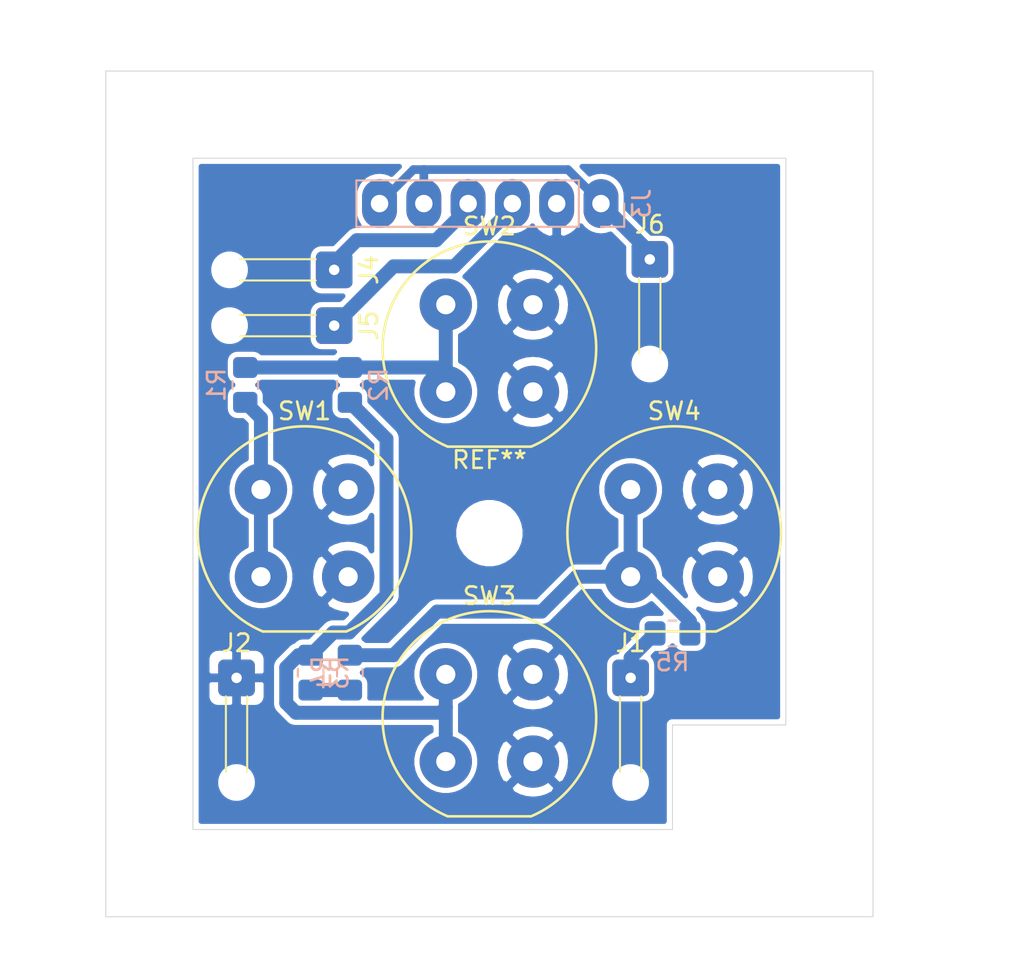
<source format=kicad_pcb>
(kicad_pcb (version 20171130) (host pcbnew 5.1.10)

  (general
    (thickness 1.6)
    (drawings 41)
    (tracks 50)
    (zones 0)
    (modules 16)
    (nets 11)
  )

  (page A4)
  (layers
    (0 F.Cu signal)
    (31 B.Cu signal)
    (32 B.Adhes user)
    (33 F.Adhes user)
    (34 B.Paste user)
    (35 F.Paste user)
    (36 B.SilkS user)
    (37 F.SilkS user)
    (38 B.Mask user)
    (39 F.Mask user)
    (40 Dwgs.User user)
    (41 Cmts.User user)
    (42 Eco1.User user)
    (43 Eco2.User user)
    (44 Edge.Cuts user)
    (45 Margin user)
    (46 B.CrtYd user)
    (47 F.CrtYd user)
    (48 B.Fab user)
    (49 F.Fab user)
  )

  (setup
    (last_trace_width 0.5)
    (user_trace_width 0.8)
    (user_trace_width 1)
    (trace_clearance 0.3)
    (zone_clearance 0.508)
    (zone_45_only no)
    (trace_min 0.4)
    (via_size 0.8)
    (via_drill 0.4)
    (via_min_size 0.4)
    (via_min_drill 0.3)
    (uvia_size 0.3)
    (uvia_drill 0.1)
    (uvias_allowed no)
    (uvia_min_size 0.2)
    (uvia_min_drill 0.1)
    (edge_width 0.05)
    (segment_width 0.2)
    (pcb_text_width 0.3)
    (pcb_text_size 1.5 1.5)
    (mod_edge_width 0.12)
    (mod_text_size 1 1)
    (mod_text_width 0.15)
    (pad_size 2.8 2)
    (pad_drill 1)
    (pad_to_mask_clearance 0)
    (aux_axis_origin 0 0)
    (visible_elements FFFFFF7F)
    (pcbplotparams
      (layerselection 0x00000_fffffffe)
      (usegerberextensions false)
      (usegerberattributes true)
      (usegerberadvancedattributes true)
      (creategerberjobfile false)
      (excludeedgelayer false)
      (linewidth 0.200000)
      (plotframeref false)
      (viasonmask true)
      (mode 1)
      (useauxorigin false)
      (hpglpennumber 1)
      (hpglpenspeed 20)
      (hpglpendiameter 15.000000)
      (psnegative false)
      (psa4output false)
      (plotreference true)
      (plotvalue true)
      (plotinvisibletext false)
      (padsonsilk false)
      (subtractmaskfromsilk false)
      (outputformat 1)
      (mirror false)
      (drillshape 0)
      (scaleselection 1)
      (outputdirectory "fab"))
  )

  (net 0 "")
  (net 1 /LRADC)
  (net 2 GND)
  (net 3 +3V3)
  (net 4 /SDA)
  (net 5 /SCL)
  (net 6 "Net-(R1-Pad2)")
  (net 7 "Net-(R1-Pad1)")
  (net 8 "Net-(R2-Pad1)")
  (net 9 "Net-(R3-Pad1)")
  (net 10 "Net-(R4-Pad1)")

  (net_class Default "This is the default net class."
    (clearance 0.3)
    (trace_width 0.5)
    (via_dia 0.8)
    (via_drill 0.4)
    (uvia_dia 0.3)
    (uvia_drill 0.1)
    (diff_pair_width 0.4)
    (diff_pair_gap 0.5)
    (add_net +3V3)
    (add_net /LRADC)
    (add_net /SCL)
    (add_net /SDA)
    (add_net GND)
    (add_net "Net-(R1-Pad1)")
    (add_net "Net-(R1-Pad2)")
    (add_net "Net-(R2-Pad1)")
    (add_net "Net-(R3-Pad1)")
    (add_net "Net-(R4-Pad1)")
  )

  (module Resistor_SMD:R_0805_2012Metric_Pad1.20x1.40mm_HandSolder (layer B.Cu) (tedit 5F68FEEE) (tstamp 6244435F)
    (at 94.5 110.5 270)
    (descr "Resistor SMD 0805 (2012 Metric), square (rectangular) end terminal, IPC_7351 nominal with elongated pad for handsoldering. (Body size source: IPC-SM-782 page 72, https://www.pcb-3d.com/wordpress/wp-content/uploads/ipc-sm-782a_amendment_1_and_2.pdf), generated with kicad-footprint-generator")
    (tags "resistor handsolder")
    (path /62447BD6)
    (attr smd)
    (fp_text reference R4 (at 0 1.65 90) (layer B.SilkS)
      (effects (font (size 1 1) (thickness 0.15)) (justify mirror))
    )
    (fp_text value 4.7k (at 0 -1.65 90) (layer B.Fab)
      (effects (font (size 1 1) (thickness 0.15)) (justify mirror))
    )
    (fp_line (start 1.85 -0.95) (end -1.85 -0.95) (layer B.CrtYd) (width 0.05))
    (fp_line (start 1.85 0.95) (end 1.85 -0.95) (layer B.CrtYd) (width 0.05))
    (fp_line (start -1.85 0.95) (end 1.85 0.95) (layer B.CrtYd) (width 0.05))
    (fp_line (start -1.85 -0.95) (end -1.85 0.95) (layer B.CrtYd) (width 0.05))
    (fp_line (start -0.227064 -0.735) (end 0.227064 -0.735) (layer B.SilkS) (width 0.12))
    (fp_line (start -0.227064 0.735) (end 0.227064 0.735) (layer B.SilkS) (width 0.12))
    (fp_line (start 1 -0.625) (end -1 -0.625) (layer B.Fab) (width 0.1))
    (fp_line (start 1 0.625) (end 1 -0.625) (layer B.Fab) (width 0.1))
    (fp_line (start -1 0.625) (end 1 0.625) (layer B.Fab) (width 0.1))
    (fp_line (start -1 -0.625) (end -1 0.625) (layer B.Fab) (width 0.1))
    (fp_text user %R (at 0 0 90) (layer B.Fab)
      (effects (font (size 0.5 0.5) (thickness 0.08)) (justify mirror))
    )
    (pad 2 smd roundrect (at 1 0 270) (size 1.2 1.4) (layers B.Cu B.Paste B.Mask) (roundrect_rratio 0.2083325)
      (net 9 "Net-(R3-Pad1)"))
    (pad 1 smd roundrect (at -1 0 270) (size 1.2 1.4) (layers B.Cu B.Paste B.Mask) (roundrect_rratio 0.2083325)
      (net 10 "Net-(R4-Pad1)"))
    (model ${KISYS3DMOD}/Resistor_SMD.3dshapes/R_0805_2012Metric.wrl
      (at (xyz 0 0 0))
      (scale (xyz 1 1 1))
      (rotate (xyz 0 0 0))
    )
  )

  (module Resistor_SMD:R_0805_2012Metric_Pad1.20x1.40mm_HandSolder (layer B.Cu) (tedit 5F68FEEE) (tstamp 6244433D)
    (at 94.5 94 90)
    (descr "Resistor SMD 0805 (2012 Metric), square (rectangular) end terminal, IPC_7351 nominal with elongated pad for handsoldering. (Body size source: IPC-SM-782 page 72, https://www.pcb-3d.com/wordpress/wp-content/uploads/ipc-sm-782a_amendment_1_and_2.pdf), generated with kicad-footprint-generator")
    (tags "resistor handsolder")
    (path /62445E6D)
    (attr smd)
    (fp_text reference R2 (at 0 1.65 90) (layer B.SilkS)
      (effects (font (size 1 1) (thickness 0.15)) (justify mirror))
    )
    (fp_text value 10k (at 0 -1.65 90) (layer B.Fab)
      (effects (font (size 1 1) (thickness 0.15)) (justify mirror))
    )
    (fp_line (start 1.85 -0.95) (end -1.85 -0.95) (layer B.CrtYd) (width 0.05))
    (fp_line (start 1.85 0.95) (end 1.85 -0.95) (layer B.CrtYd) (width 0.05))
    (fp_line (start -1.85 0.95) (end 1.85 0.95) (layer B.CrtYd) (width 0.05))
    (fp_line (start -1.85 -0.95) (end -1.85 0.95) (layer B.CrtYd) (width 0.05))
    (fp_line (start -0.227064 -0.735) (end 0.227064 -0.735) (layer B.SilkS) (width 0.12))
    (fp_line (start -0.227064 0.735) (end 0.227064 0.735) (layer B.SilkS) (width 0.12))
    (fp_line (start 1 -0.625) (end -1 -0.625) (layer B.Fab) (width 0.1))
    (fp_line (start 1 0.625) (end 1 -0.625) (layer B.Fab) (width 0.1))
    (fp_line (start -1 0.625) (end 1 0.625) (layer B.Fab) (width 0.1))
    (fp_line (start -1 -0.625) (end -1 0.625) (layer B.Fab) (width 0.1))
    (fp_text user %R (at 0 0 90) (layer B.Fab)
      (effects (font (size 0.5 0.5) (thickness 0.08)) (justify mirror))
    )
    (pad 2 smd roundrect (at 1 0 90) (size 1.2 1.4) (layers B.Cu B.Paste B.Mask) (roundrect_rratio 0.2083325)
      (net 7 "Net-(R1-Pad1)"))
    (pad 1 smd roundrect (at -1 0 90) (size 1.2 1.4) (layers B.Cu B.Paste B.Mask) (roundrect_rratio 0.2083325)
      (net 8 "Net-(R2-Pad1)"))
    (model ${KISYS3DMOD}/Resistor_SMD.3dshapes/R_0805_2012Metric.wrl
      (at (xyz 0 0 0))
      (scale (xyz 1 1 1))
      (rotate (xyz 0 0 0))
    )
  )

  (module MountingHole:MountingHole_3.2mm_M3 (layer F.Cu) (tedit 56D1B4CB) (tstamp 624BB78F)
    (at 102.5 102.5)
    (descr "Mounting Hole 3.2mm, no annular, M3")
    (tags "mounting hole 3.2mm no annular m3")
    (attr virtual)
    (fp_text reference REF** (at 0 -4.2) (layer F.SilkS)
      (effects (font (size 1 1) (thickness 0.15)))
    )
    (fp_text value MountingHole_3.2mm_M3 (at 0 4.2) (layer F.Fab)
      (effects (font (size 1 1) (thickness 0.15)))
    )
    (fp_circle (center 0 0) (end 3.2 0) (layer Cmts.User) (width 0.15))
    (fp_circle (center 0 0) (end 3.45 0) (layer F.CrtYd) (width 0.05))
    (fp_text user %R (at 0.3 0) (layer F.Fab)
      (effects (font (size 1 1) (thickness 0.15)))
    )
    (pad 1 np_thru_hole circle (at 0 0) (size 3.2 3.2) (drill 3.2) (layers *.Cu *.Mask))
  )

  (module Button_Switch_THT:Push_E-Switch_KS01Q01 (layer F.Cu) (tedit 5A02FE31) (tstamp 624443AC)
    (at 110.6 100)
    (descr "E-Switch KS01Q01 http://spec_sheets.e-switch.com/specs/29-KS01Q01.pdf")
    (tags "Push Button")
    (path /62442E73)
    (fp_text reference SW4 (at 2.5 -4.5) (layer F.SilkS)
      (effects (font (size 1 1) (thickness 0.15)))
    )
    (fp_text value Right (at 12.5 2.3) (layer F.Fab)
      (effects (font (size 1 1) (thickness 0.15)))
    )
    (fp_line (start 4.89 8.14) (end 0.11 8.14) (layer F.SilkS) (width 0.15))
    (fp_line (start 0.11 8) (end 4.89 8) (layer F.Fab) (width 0.1))
    (fp_line (start 0.04 8.39) (end 5.06 8.39) (layer F.CrtYd) (width 0.05))
    (fp_arc (start 2.5 2.5) (end 0.11 8.14) (angle 314) (layer F.SilkS) (width 0.15))
    (fp_text user %R (at 2.5 2.5) (layer F.Fab)
      (effects (font (size 1 1) (thickness 0.15)))
    )
    (fp_arc (start 2.5 2.5) (end 0.11 8) (angle 313) (layer F.Fab) (width 0.1))
    (fp_arc (start 2.55 2.5) (end 0.04 8.39) (angle 313.8378348) (layer F.CrtYd) (width 0.05))
    (pad 3 thru_hole circle (at 0 5) (size 3 3) (drill 1.1) (layers *.Cu *.Mask)
      (net 10 "Net-(R4-Pad1)"))
    (pad 4 thru_hole circle (at 5 5) (size 3 3) (drill 1.1) (layers *.Cu *.Mask)
      (net 2 GND))
    (pad 2 thru_hole circle (at 5 0) (size 3 3) (drill 1.1) (layers *.Cu *.Mask)
      (net 2 GND))
    (pad 1 thru_hole circle (at 0 0) (size 3 3) (drill 1.1) (layers *.Cu *.Mask)
      (net 10 "Net-(R4-Pad1)"))
    (model ${KISYS3DMOD}/Button_Switch_THT.3dshapes/Push_E-Switch_KS01Q01.wrl
      (at (xyz 0 0 0))
      (scale (xyz 1 1 1))
      (rotate (xyz 0 0 0))
    )
  )

  (module Button_Switch_THT:Push_E-Switch_KS01Q01 (layer F.Cu) (tedit 62445809) (tstamp 6244439D)
    (at 100 110.6)
    (descr "E-Switch KS01Q01 http://spec_sheets.e-switch.com/specs/29-KS01Q01.pdf")
    (tags "Push Button")
    (path /6244271E)
    (fp_text reference SW3 (at 2.5 -4.5) (layer F.SilkS)
      (effects (font (size 1 1) (thickness 0.15)))
    )
    (fp_text value Down (at 2.5 9.5) (layer F.Fab)
      (effects (font (size 1 1) (thickness 0.15)))
    )
    (fp_line (start 4.89 8.14) (end 0.11 8.14) (layer F.SilkS) (width 0.15))
    (fp_line (start 0.11 8) (end 4.89 8) (layer F.Fab) (width 0.1))
    (fp_line (start 0.04 8.39) (end 5.06 8.39) (layer F.CrtYd) (width 0.05))
    (fp_arc (start 2.5 2.5) (end 0.11 8.14) (angle 314) (layer F.SilkS) (width 0.15))
    (fp_text user %R (at 2.5 2.5) (layer F.Fab)
      (effects (font (size 1 1) (thickness 0.15)))
    )
    (fp_arc (start 2.5 2.5) (end 0.11 8) (angle 313) (layer F.Fab) (width 0.1))
    (fp_arc (start 2.55 2.5) (end 0.04 8.39) (angle 313.8378348) (layer F.CrtYd) (width 0.05))
    (pad 3 thru_hole circle (at 0 5) (size 3 3) (drill 1.1) (layers *.Cu *.Mask)
      (net 8 "Net-(R2-Pad1)"))
    (pad 4 thru_hole circle (at 5 5) (size 3 3) (drill 1.1) (layers *.Cu *.Mask)
      (net 2 GND))
    (pad 2 thru_hole circle (at 5 0) (size 3 3) (drill 1.1) (layers *.Cu *.Mask)
      (net 2 GND))
    (pad 1 thru_hole circle (at 0 0) (size 3 3) (drill 1.1) (layers *.Cu *.Mask)
      (net 8 "Net-(R2-Pad1)"))
    (model ${KISYS3DMOD}/Button_Switch_THT.3dshapes/Push_E-Switch_KS01Q01.wrl
      (at (xyz 0 0 0))
      (scale (xyz 1 1 1))
      (rotate (xyz 0 0 0))
    )
  )

  (module Button_Switch_THT:Push_E-Switch_KS01Q01 (layer F.Cu) (tedit 5A02FE31) (tstamp 6244438E)
    (at 100 89.4)
    (descr "E-Switch KS01Q01 http://spec_sheets.e-switch.com/specs/29-KS01Q01.pdf")
    (tags "Push Button")
    (path /62441E9F)
    (fp_text reference SW2 (at 2.5 -4.5) (layer F.SilkS)
      (effects (font (size 1 1) (thickness 0.15)))
    )
    (fp_text value Up (at 2.5 9.5) (layer F.Fab)
      (effects (font (size 1 1) (thickness 0.15)))
    )
    (fp_line (start 4.89 8.14) (end 0.11 8.14) (layer F.SilkS) (width 0.15))
    (fp_line (start 0.11 8) (end 4.89 8) (layer F.Fab) (width 0.1))
    (fp_line (start 0.04 8.39) (end 5.06 8.39) (layer F.CrtYd) (width 0.05))
    (fp_arc (start 2.5 2.5) (end 0.11 8.14) (angle 314) (layer F.SilkS) (width 0.15))
    (fp_text user %R (at 2.5 2.5) (layer F.Fab)
      (effects (font (size 1 1) (thickness 0.15)))
    )
    (fp_arc (start 2.5 2.5) (end 0.11 8) (angle 313) (layer F.Fab) (width 0.1))
    (fp_arc (start 2.55 2.5) (end 0.04 8.39) (angle 313.8378348) (layer F.CrtYd) (width 0.05))
    (pad 3 thru_hole circle (at 0 5) (size 3 3) (drill 1.1) (layers *.Cu *.Mask)
      (net 7 "Net-(R1-Pad1)"))
    (pad 4 thru_hole circle (at 5 5) (size 3 3) (drill 1.1) (layers *.Cu *.Mask)
      (net 2 GND))
    (pad 2 thru_hole circle (at 5 0) (size 3 3) (drill 1.1) (layers *.Cu *.Mask)
      (net 2 GND))
    (pad 1 thru_hole circle (at 0 0) (size 3 3) (drill 1.1) (layers *.Cu *.Mask)
      (net 7 "Net-(R1-Pad1)"))
    (model ${KISYS3DMOD}/Button_Switch_THT.3dshapes/Push_E-Switch_KS01Q01.wrl
      (at (xyz 0 0 0))
      (scale (xyz 1 1 1))
      (rotate (xyz 0 0 0))
    )
  )

  (module Button_Switch_THT:Push_E-Switch_KS01Q01 (layer F.Cu) (tedit 5A02FE31) (tstamp 6244437F)
    (at 89.4 100)
    (descr "E-Switch KS01Q01 http://spec_sheets.e-switch.com/specs/29-KS01Q01.pdf")
    (tags "Push Button")
    (path /62441621)
    (fp_text reference SW1 (at 2.5 -4.5) (layer F.SilkS)
      (effects (font (size 1 1) (thickness 0.15)))
    )
    (fp_text value Left (at 2.5 9.5) (layer F.Fab)
      (effects (font (size 1 1) (thickness 0.15)))
    )
    (fp_line (start 4.89 8.14) (end 0.11 8.14) (layer F.SilkS) (width 0.15))
    (fp_line (start 0.11 8) (end 4.89 8) (layer F.Fab) (width 0.1))
    (fp_line (start 0.04 8.39) (end 5.06 8.39) (layer F.CrtYd) (width 0.05))
    (fp_arc (start 2.5 2.5) (end 0.11 8.14) (angle 314) (layer F.SilkS) (width 0.15))
    (fp_text user %R (at 2.5 2.5) (layer F.Fab)
      (effects (font (size 1 1) (thickness 0.15)))
    )
    (fp_arc (start 2.5 2.5) (end 0.11 8) (angle 313) (layer F.Fab) (width 0.1))
    (fp_arc (start 2.55 2.5) (end 0.04 8.39) (angle 313.8378348) (layer F.CrtYd) (width 0.05))
    (pad 3 thru_hole circle (at 0 5) (size 3 3) (drill 1.1) (layers *.Cu *.Mask)
      (net 6 "Net-(R1-Pad2)"))
    (pad 4 thru_hole circle (at 5 5) (size 3 3) (drill 1.1) (layers *.Cu *.Mask)
      (net 2 GND))
    (pad 2 thru_hole circle (at 5 0) (size 3 3) (drill 1.1) (layers *.Cu *.Mask)
      (net 2 GND))
    (pad 1 thru_hole circle (at 0 0) (size 3 3) (drill 1.1) (layers *.Cu *.Mask)
      (net 6 "Net-(R1-Pad2)"))
    (model ${KISYS3DMOD}/Button_Switch_THT.3dshapes/Push_E-Switch_KS01Q01.wrl
      (at (xyz 0 0 0))
      (scale (xyz 1 1 1))
      (rotate (xyz 0 0 0))
    )
  )

  (module Resistor_SMD:R_0805_2012Metric_Pad1.20x1.40mm_HandSolder (layer B.Cu) (tedit 5F68FEEE) (tstamp 62444370)
    (at 113 108.25)
    (descr "Resistor SMD 0805 (2012 Metric), square (rectangular) end terminal, IPC_7351 nominal with elongated pad for handsoldering. (Body size source: IPC-SM-782 page 72, https://www.pcb-3d.com/wordpress/wp-content/uploads/ipc-sm-782a_amendment_1_and_2.pdf), generated with kicad-footprint-generator")
    (tags "resistor handsolder")
    (path /6244801F)
    (attr smd)
    (fp_text reference R5 (at 0 1.65) (layer B.SilkS)
      (effects (font (size 1 1) (thickness 0.15)) (justify mirror))
    )
    (fp_text value 4.7k (at 0 -1.65) (layer B.Fab)
      (effects (font (size 1 1) (thickness 0.15)) (justify mirror))
    )
    (fp_line (start 1.85 -0.95) (end -1.85 -0.95) (layer B.CrtYd) (width 0.05))
    (fp_line (start 1.85 0.95) (end 1.85 -0.95) (layer B.CrtYd) (width 0.05))
    (fp_line (start -1.85 0.95) (end 1.85 0.95) (layer B.CrtYd) (width 0.05))
    (fp_line (start -1.85 -0.95) (end -1.85 0.95) (layer B.CrtYd) (width 0.05))
    (fp_line (start -0.227064 -0.735) (end 0.227064 -0.735) (layer B.SilkS) (width 0.12))
    (fp_line (start -0.227064 0.735) (end 0.227064 0.735) (layer B.SilkS) (width 0.12))
    (fp_line (start 1 -0.625) (end -1 -0.625) (layer B.Fab) (width 0.1))
    (fp_line (start 1 0.625) (end 1 -0.625) (layer B.Fab) (width 0.1))
    (fp_line (start -1 0.625) (end 1 0.625) (layer B.Fab) (width 0.1))
    (fp_line (start -1 -0.625) (end -1 0.625) (layer B.Fab) (width 0.1))
    (fp_text user %R (at 0 0) (layer B.Fab)
      (effects (font (size 0.5 0.5) (thickness 0.08)) (justify mirror))
    )
    (pad 2 smd roundrect (at 1 0) (size 1.2 1.4) (layers B.Cu B.Paste B.Mask) (roundrect_rratio 0.2083325)
      (net 10 "Net-(R4-Pad1)"))
    (pad 1 smd roundrect (at -1 0) (size 1.2 1.4) (layers B.Cu B.Paste B.Mask) (roundrect_rratio 0.2083325)
      (net 1 /LRADC))
    (model ${KISYS3DMOD}/Resistor_SMD.3dshapes/R_0805_2012Metric.wrl
      (at (xyz 0 0 0))
      (scale (xyz 1 1 1))
      (rotate (xyz 0 0 0))
    )
  )

  (module Resistor_SMD:R_0805_2012Metric_Pad1.20x1.40mm_HandSolder (layer B.Cu) (tedit 5F68FEEE) (tstamp 6244434E)
    (at 92.25 110.5 90)
    (descr "Resistor SMD 0805 (2012 Metric), square (rectangular) end terminal, IPC_7351 nominal with elongated pad for handsoldering. (Body size source: IPC-SM-782 page 72, https://www.pcb-3d.com/wordpress/wp-content/uploads/ipc-sm-782a_amendment_1_and_2.pdf), generated with kicad-footprint-generator")
    (tags "resistor handsolder")
    (path /6244668E)
    (attr smd)
    (fp_text reference R3 (at 0 1.65 90) (layer B.SilkS)
      (effects (font (size 1 1) (thickness 0.15)) (justify mirror))
    )
    (fp_text value 4.7k (at 0 -1.65 90) (layer B.Fab)
      (effects (font (size 1 1) (thickness 0.15)) (justify mirror))
    )
    (fp_line (start 1.85 -0.95) (end -1.85 -0.95) (layer B.CrtYd) (width 0.05))
    (fp_line (start 1.85 0.95) (end 1.85 -0.95) (layer B.CrtYd) (width 0.05))
    (fp_line (start -1.85 0.95) (end 1.85 0.95) (layer B.CrtYd) (width 0.05))
    (fp_line (start -1.85 -0.95) (end -1.85 0.95) (layer B.CrtYd) (width 0.05))
    (fp_line (start -0.227064 -0.735) (end 0.227064 -0.735) (layer B.SilkS) (width 0.12))
    (fp_line (start -0.227064 0.735) (end 0.227064 0.735) (layer B.SilkS) (width 0.12))
    (fp_line (start 1 -0.625) (end -1 -0.625) (layer B.Fab) (width 0.1))
    (fp_line (start 1 0.625) (end 1 -0.625) (layer B.Fab) (width 0.1))
    (fp_line (start -1 0.625) (end 1 0.625) (layer B.Fab) (width 0.1))
    (fp_line (start -1 -0.625) (end -1 0.625) (layer B.Fab) (width 0.1))
    (fp_text user %R (at 0 0 90) (layer B.Fab)
      (effects (font (size 0.5 0.5) (thickness 0.08)) (justify mirror))
    )
    (pad 2 smd roundrect (at 1 0 90) (size 1.2 1.4) (layers B.Cu B.Paste B.Mask) (roundrect_rratio 0.2083325)
      (net 8 "Net-(R2-Pad1)"))
    (pad 1 smd roundrect (at -1 0 90) (size 1.2 1.4) (layers B.Cu B.Paste B.Mask) (roundrect_rratio 0.2083325)
      (net 9 "Net-(R3-Pad1)"))
    (model ${KISYS3DMOD}/Resistor_SMD.3dshapes/R_0805_2012Metric.wrl
      (at (xyz 0 0 0))
      (scale (xyz 1 1 1))
      (rotate (xyz 0 0 0))
    )
  )

  (module Resistor_SMD:R_0805_2012Metric_Pad1.20x1.40mm_HandSolder (layer B.Cu) (tedit 5F68FEEE) (tstamp 624BBAB1)
    (at 88.5 94 270)
    (descr "Resistor SMD 0805 (2012 Metric), square (rectangular) end terminal, IPC_7351 nominal with elongated pad for handsoldering. (Body size source: IPC-SM-782 page 72, https://www.pcb-3d.com/wordpress/wp-content/uploads/ipc-sm-782a_amendment_1_and_2.pdf), generated with kicad-footprint-generator")
    (tags "resistor handsolder")
    (path /62445972)
    (attr smd)
    (fp_text reference R1 (at 0 1.65 90) (layer B.SilkS)
      (effects (font (size 1 1) (thickness 0.15)) (justify mirror))
    )
    (fp_text value 12k (at 0 -1.65 90) (layer B.Fab)
      (effects (font (size 1 1) (thickness 0.15)) (justify mirror))
    )
    (fp_line (start 1.85 -0.95) (end -1.85 -0.95) (layer B.CrtYd) (width 0.05))
    (fp_line (start 1.85 0.95) (end 1.85 -0.95) (layer B.CrtYd) (width 0.05))
    (fp_line (start -1.85 0.95) (end 1.85 0.95) (layer B.CrtYd) (width 0.05))
    (fp_line (start -1.85 -0.95) (end -1.85 0.95) (layer B.CrtYd) (width 0.05))
    (fp_line (start -0.227064 -0.735) (end 0.227064 -0.735) (layer B.SilkS) (width 0.12))
    (fp_line (start -0.227064 0.735) (end 0.227064 0.735) (layer B.SilkS) (width 0.12))
    (fp_line (start 1 -0.625) (end -1 -0.625) (layer B.Fab) (width 0.1))
    (fp_line (start 1 0.625) (end 1 -0.625) (layer B.Fab) (width 0.1))
    (fp_line (start -1 0.625) (end 1 0.625) (layer B.Fab) (width 0.1))
    (fp_line (start -1 -0.625) (end -1 0.625) (layer B.Fab) (width 0.1))
    (fp_text user %R (at 0 0 90) (layer B.Fab)
      (effects (font (size 0.5 0.5) (thickness 0.08)) (justify mirror))
    )
    (pad 2 smd roundrect (at 1 0 270) (size 1.2 1.4) (layers B.Cu B.Paste B.Mask) (roundrect_rratio 0.2083325)
      (net 6 "Net-(R1-Pad2)"))
    (pad 1 smd roundrect (at -1 0 270) (size 1.2 1.4) (layers B.Cu B.Paste B.Mask) (roundrect_rratio 0.2083325)
      (net 7 "Net-(R1-Pad1)"))
    (model ${KISYS3DMOD}/Resistor_SMD.3dshapes/R_0805_2012Metric.wrl
      (at (xyz 0 0 0))
      (scale (xyz 1 1 1))
      (rotate (xyz 0 0 0))
    )
  )

  (module Connector_Wire:SolderWire-0.1sqmm_1x01_D0.4mm_OD1mm_Relief (layer F.Cu) (tedit 5EB70B42) (tstamp 6244431B)
    (at 111.7 86.8)
    (descr "Soldered wire connection with feed through strain relief, for a single 0.1 mm² wire, basic insulation, conductor diameter 0.4mm, outer diameter 1mm, size source Multi-Contact FLEXI-E 0.1 (https://ec.staubli.com/AcroFiles/Catalogues/TM_Cab-Main-11014119_(en)_hi.pdf), bend radius 3 times outer diameter, generated with kicad-footprint-generator")
    (tags "connector wire 0.1sqmm strain-relief")
    (path /62459CEA)
    (attr virtual)
    (fp_text reference J6 (at 0 -2) (layer F.SilkS)
      (effects (font (size 1 1) (thickness 0.15)))
    )
    (fp_text value +3.3V (at 0 7.95) (layer F.Fab)
      (effects (font (size 1 1) (thickness 0.15)))
    )
    (fp_line (start 1.3 4.75) (end -1.3 4.75) (layer B.CrtYd) (width 0.05))
    (fp_line (start 1.3 7.25) (end 1.3 4.75) (layer B.CrtYd) (width 0.05))
    (fp_line (start -1.3 7.25) (end 1.3 7.25) (layer B.CrtYd) (width 0.05))
    (fp_line (start -1.3 4.75) (end -1.3 7.25) (layer B.CrtYd) (width 0.05))
    (fp_line (start 1.3 -1.3) (end -1.3 -1.3) (layer F.CrtYd) (width 0.05))
    (fp_line (start 1.3 7.25) (end 1.3 -1.3) (layer F.CrtYd) (width 0.05))
    (fp_line (start -1.3 7.25) (end 1.3 7.25) (layer F.CrtYd) (width 0.05))
    (fp_line (start -1.3 -1.3) (end -1.3 7.25) (layer F.CrtYd) (width 0.05))
    (fp_line (start -0.61 1.06) (end -0.61 5.39) (layer F.SilkS) (width 0.12))
    (fp_line (start 0.61 1.06) (end 0.61 5.39) (layer F.SilkS) (width 0.12))
    (fp_line (start 0.5 0) (end 0.5 6) (layer F.Fab) (width 0.1))
    (fp_line (start -0.5 0) (end -0.5 6) (layer F.Fab) (width 0.1))
    (fp_circle (center 0 6) (end 0.5 6) (layer F.Fab) (width 0.1))
    (fp_circle (center 0 0) (end 0.5 0) (layer F.Fab) (width 0.1))
    (fp_text user %R (at 0 3 90) (layer F.Fab)
      (effects (font (size 0.8 0.8) (thickness 0.12)))
    )
    (pad "" np_thru_hole circle (at 0 6) (size 1.5 1.5) (drill 1.5) (layers *.Cu *.Mask))
    (pad 1 thru_hole roundrect (at 0 0) (size 2.1 2.1) (drill 0.6) (layers *.Cu *.Mask) (roundrect_rratio 0.156)
      (net 3 +3V3))
    (model ${KISYS3DMOD}/Connector_Wire.3dshapes/SolderWire-0.1sqmm_1x01_D0.4mm_OD1mm_Relief.wrl
      (at (xyz 0 0 0))
      (scale (xyz 1 1 1))
      (rotate (xyz 0 0 0))
    )
  )

  (module Connector_Wire:SolderWire-0.1sqmm_1x01_D0.4mm_OD1mm_Relief (layer F.Cu) (tedit 5EB70B42) (tstamp 62445DF0)
    (at 93.6 90.6 270)
    (descr "Soldered wire connection with feed through strain relief, for a single 0.1 mm² wire, basic insulation, conductor diameter 0.4mm, outer diameter 1mm, size source Multi-Contact FLEXI-E 0.1 (https://ec.staubli.com/AcroFiles/Catalogues/TM_Cab-Main-11014119_(en)_hi.pdf), bend radius 3 times outer diameter, generated with kicad-footprint-generator")
    (tags "connector wire 0.1sqmm strain-relief")
    (path /6245D26D)
    (attr virtual)
    (fp_text reference J5 (at 0 -2 90) (layer F.SilkS)
      (effects (font (size 1 1) (thickness 0.15)))
    )
    (fp_text value SCL (at 0 7.95 90) (layer F.Fab)
      (effects (font (size 1 1) (thickness 0.15)))
    )
    (fp_line (start 1.3 4.75) (end -1.3 4.75) (layer B.CrtYd) (width 0.05))
    (fp_line (start 1.3 7.25) (end 1.3 4.75) (layer B.CrtYd) (width 0.05))
    (fp_line (start -1.3 7.25) (end 1.3 7.25) (layer B.CrtYd) (width 0.05))
    (fp_line (start -1.3 4.75) (end -1.3 7.25) (layer B.CrtYd) (width 0.05))
    (fp_line (start 1.3 -1.3) (end -1.3 -1.3) (layer F.CrtYd) (width 0.05))
    (fp_line (start 1.3 7.25) (end 1.3 -1.3) (layer F.CrtYd) (width 0.05))
    (fp_line (start -1.3 7.25) (end 1.3 7.25) (layer F.CrtYd) (width 0.05))
    (fp_line (start -1.3 -1.3) (end -1.3 7.25) (layer F.CrtYd) (width 0.05))
    (fp_line (start -0.61 1.06) (end -0.61 5.39) (layer F.SilkS) (width 0.12))
    (fp_line (start 0.61 1.06) (end 0.61 5.39) (layer F.SilkS) (width 0.12))
    (fp_line (start 0.5 0) (end 0.5 6) (layer F.Fab) (width 0.1))
    (fp_line (start -0.5 0) (end -0.5 6) (layer F.Fab) (width 0.1))
    (fp_circle (center 0 6) (end 0.5 6) (layer F.Fab) (width 0.1))
    (fp_circle (center 0 0) (end 0.5 0) (layer F.Fab) (width 0.1))
    (fp_text user %R (at 0.3 1.7 90) (layer F.Fab)
      (effects (font (size 0.8 0.8) (thickness 0.12)))
    )
    (pad "" np_thru_hole circle (at 0 6 270) (size 1.5 1.5) (drill 1.5) (layers *.Cu *.Mask))
    (pad 1 thru_hole roundrect (at 0 0 270) (size 2.1 2.1) (drill 0.6) (layers *.Cu *.Mask) (roundrect_rratio 0.156)
      (net 5 /SCL))
    (model ${KISYS3DMOD}/Connector_Wire.3dshapes/SolderWire-0.1sqmm_1x01_D0.4mm_OD1mm_Relief.wrl
      (at (xyz 0 0 0))
      (scale (xyz 1 1 1))
      (rotate (xyz 0 0 0))
    )
  )

  (module Connector_Wire:SolderWire-0.1sqmm_1x01_D0.4mm_OD1mm_Relief (layer F.Cu) (tedit 5EB70B42) (tstamp 62445B03)
    (at 93.6 87.4 270)
    (descr "Soldered wire connection with feed through strain relief, for a single 0.1 mm² wire, basic insulation, conductor diameter 0.4mm, outer diameter 1mm, size source Multi-Contact FLEXI-E 0.1 (https://ec.staubli.com/AcroFiles/Catalogues/TM_Cab-Main-11014119_(en)_hi.pdf), bend radius 3 times outer diameter, generated with kicad-footprint-generator")
    (tags "connector wire 0.1sqmm strain-relief")
    (path /6245CD30)
    (attr virtual)
    (fp_text reference J4 (at 0 -2 90) (layer F.SilkS)
      (effects (font (size 1 1) (thickness 0.15)))
    )
    (fp_text value SDA (at 0 7.95 90) (layer F.Fab)
      (effects (font (size 1 1) (thickness 0.15)))
    )
    (fp_line (start 1.3 4.75) (end -1.3 4.75) (layer B.CrtYd) (width 0.05))
    (fp_line (start 1.3 7.25) (end 1.3 4.75) (layer B.CrtYd) (width 0.05))
    (fp_line (start -1.3 7.25) (end 1.3 7.25) (layer B.CrtYd) (width 0.05))
    (fp_line (start -1.3 4.75) (end -1.3 7.25) (layer B.CrtYd) (width 0.05))
    (fp_line (start 1.3 -1.3) (end -1.3 -1.3) (layer F.CrtYd) (width 0.05))
    (fp_line (start 1.3 7.25) (end 1.3 -1.3) (layer F.CrtYd) (width 0.05))
    (fp_line (start -1.3 7.25) (end 1.3 7.25) (layer F.CrtYd) (width 0.05))
    (fp_line (start -1.3 -1.3) (end -1.3 7.25) (layer F.CrtYd) (width 0.05))
    (fp_line (start -0.61 1.06) (end -0.61 5.39) (layer F.SilkS) (width 0.12))
    (fp_line (start 0.61 1.06) (end 0.61 5.39) (layer F.SilkS) (width 0.12))
    (fp_line (start 0.5 0) (end 0.5 6) (layer F.Fab) (width 0.1))
    (fp_line (start -0.5 0) (end -0.5 6) (layer F.Fab) (width 0.1))
    (fp_circle (center 0 6) (end 0.5 6) (layer F.Fab) (width 0.1))
    (fp_circle (center 0 0) (end 0.5 0) (layer F.Fab) (width 0.1))
    (fp_text user %R (at 0 3) (layer F.Fab)
      (effects (font (size 0.8 0.8) (thickness 0.12)))
    )
    (pad "" np_thru_hole circle (at 0 6 270) (size 1.5 1.5) (drill 1.5) (layers *.Cu *.Mask))
    (pad 1 thru_hole roundrect (at 0 0 270) (size 2.1 2.1) (drill 0.6) (layers *.Cu *.Mask) (roundrect_rratio 0.156)
      (net 4 /SDA))
    (model ${KISYS3DMOD}/Connector_Wire.3dshapes/SolderWire-0.1sqmm_1x01_D0.4mm_OD1mm_Relief.wrl
      (at (xyz 0 0 0))
      (scale (xyz 1 1 1))
      (rotate (xyz 0 0 0))
    )
  )

  (module Connector_PinHeader_2.54mm:PinHeader_1x06_P2.54mm_Vertical (layer B.Cu) (tedit 624458E8) (tstamp 624442DC)
    (at 108.9 83.6 90)
    (descr "Through hole straight pin header, 1x06, 2.54mm pitch, single row")
    (tags "Through hole pin header THT 1x06 2.54mm single row")
    (path /62456A49)
    (fp_text reference J3 (at 0 2.33 270) (layer B.SilkS)
      (effects (font (size 1 1) (thickness 0.15)) (justify mirror))
    )
    (fp_text value BME280 (at 0 -15.03 270) (layer B.Fab)
      (effects (font (size 1 1) (thickness 0.15)) (justify mirror))
    )
    (fp_line (start -0.635 1.27) (end 1.27 1.27) (layer B.Fab) (width 0.1))
    (fp_line (start 1.27 1.27) (end 1.27 -13.97) (layer B.Fab) (width 0.1))
    (fp_line (start 1.27 -13.97) (end -1.27 -13.97) (layer B.Fab) (width 0.1))
    (fp_line (start -1.27 -13.97) (end -1.27 0.635) (layer B.Fab) (width 0.1))
    (fp_line (start -1.27 0.635) (end -0.635 1.27) (layer B.Fab) (width 0.1))
    (fp_line (start -1.33 -14.03) (end 1.33 -14.03) (layer B.SilkS) (width 0.12))
    (fp_line (start -1.33 -1.27) (end -1.33 -14.03) (layer B.SilkS) (width 0.12))
    (fp_line (start 1.33 -1.27) (end 1.33 -14.03) (layer B.SilkS) (width 0.12))
    (fp_line (start -1.33 -1.27) (end 1.33 -1.27) (layer B.SilkS) (width 0.12))
    (fp_line (start -1.33 0) (end -1.33 1.33) (layer B.SilkS) (width 0.12))
    (fp_line (start -1.33 1.33) (end 0 1.33) (layer B.SilkS) (width 0.12))
    (fp_line (start -1.8 1.8) (end -1.8 -14.5) (layer B.CrtYd) (width 0.05))
    (fp_line (start -1.8 -14.5) (end 1.8 -14.5) (layer B.CrtYd) (width 0.05))
    (fp_line (start 1.8 -14.5) (end 1.8 1.8) (layer B.CrtYd) (width 0.05))
    (fp_line (start 1.8 1.8) (end -1.8 1.8) (layer B.CrtYd) (width 0.05))
    (fp_text user %R (at 0 -6.35) (layer B.Fab)
      (effects (font (size 1 1) (thickness 0.15)) (justify mirror))
    )
    (pad 1 thru_hole oval (at 0 0 90) (size 2.8 2) (drill 1) (layers *.Cu *.Mask)
      (net 3 +3V3))
    (pad 2 thru_hole oval (at 0 -2.54 90) (size 2.8 2) (drill 1) (layers *.Cu *.Mask)
      (net 2 GND))
    (pad 3 thru_hole oval (at 0 -5.08 90) (size 2.8 2) (drill 1) (layers *.Cu *.Mask)
      (net 5 /SCL))
    (pad 4 thru_hole oval (at 0 -7.62 90) (size 2.8 2) (drill 1) (layers *.Cu *.Mask)
      (net 4 /SDA))
    (pad 5 thru_hole oval (at 0 -10.16 90) (size 2.8 2) (drill 1) (layers *.Cu *.Mask)
      (net 3 +3V3))
    (pad 6 thru_hole oval (at 0 -12.7 90) (size 2.8 2) (drill 1) (layers *.Cu *.Mask)
      (net 3 +3V3))
    (model ${KISYS3DMOD}/Connector_PinHeader_2.54mm.3dshapes/PinHeader_1x06_P2.54mm_Vertical.wrl
      (at (xyz 0 0 0))
      (scale (xyz 1 1 1))
      (rotate (xyz 0 0 0))
    )
  )

  (module Connector_Wire:SolderWire-0.1sqmm_1x01_D0.4mm_OD1mm_Relief (layer F.Cu) (tedit 5EB70B42) (tstamp 624462D1)
    (at 88 110.8)
    (descr "Soldered wire connection with feed through strain relief, for a single 0.1 mm² wire, basic insulation, conductor diameter 0.4mm, outer diameter 1mm, size source Multi-Contact FLEXI-E 0.1 (https://ec.staubli.com/AcroFiles/Catalogues/TM_Cab-Main-11014119_(en)_hi.pdf), bend radius 3 times outer diameter, generated with kicad-footprint-generator")
    (tags "connector wire 0.1sqmm strain-relief")
    (path /62453D31)
    (attr virtual)
    (fp_text reference J2 (at 0 -2) (layer F.SilkS)
      (effects (font (size 1 1) (thickness 0.15)))
    )
    (fp_text value GND (at 0.2 8.1) (layer F.Fab)
      (effects (font (size 1 1) (thickness 0.15)))
    )
    (fp_line (start 1.3 4.75) (end -1.3 4.75) (layer B.CrtYd) (width 0.05))
    (fp_line (start 1.3 7.25) (end 1.3 4.75) (layer B.CrtYd) (width 0.05))
    (fp_line (start -1.3 7.25) (end 1.3 7.25) (layer B.CrtYd) (width 0.05))
    (fp_line (start -1.3 4.75) (end -1.3 7.25) (layer B.CrtYd) (width 0.05))
    (fp_line (start 1.3 -1.3) (end -1.3 -1.3) (layer F.CrtYd) (width 0.05))
    (fp_line (start 1.3 7.25) (end 1.3 -1.3) (layer F.CrtYd) (width 0.05))
    (fp_line (start -1.3 7.25) (end 1.3 7.25) (layer F.CrtYd) (width 0.05))
    (fp_line (start -1.3 -1.3) (end -1.3 7.25) (layer F.CrtYd) (width 0.05))
    (fp_line (start -0.61 1.06) (end -0.61 5.39) (layer F.SilkS) (width 0.12))
    (fp_line (start 0.61 1.06) (end 0.61 5.39) (layer F.SilkS) (width 0.12))
    (fp_line (start 0.5 0) (end 0.5 6) (layer F.Fab) (width 0.1))
    (fp_line (start -0.5 0) (end -0.5 6) (layer F.Fab) (width 0.1))
    (fp_circle (center 0 6) (end 0.5 6) (layer F.Fab) (width 0.1))
    (fp_circle (center 0 0) (end 0.5 0) (layer F.Fab) (width 0.1))
    (fp_text user %R (at 0 3 90) (layer F.Fab)
      (effects (font (size 0.8 0.8) (thickness 0.12)))
    )
    (pad "" np_thru_hole circle (at 0 6) (size 1.5 1.5) (drill 1.5) (layers *.Cu *.Mask))
    (pad 1 thru_hole roundrect (at 0 0) (size 2.1 2.1) (drill 0.6) (layers *.Cu *.Mask) (roundrect_rratio 0.156)
      (net 2 GND))
    (model ${KISYS3DMOD}/Connector_Wire.3dshapes/SolderWire-0.1sqmm_1x01_D0.4mm_OD1mm_Relief.wrl
      (at (xyz 0 0 0))
      (scale (xyz 1 1 1))
      (rotate (xyz 0 0 0))
    )
  )

  (module Connector_Wire:SolderWire-0.1sqmm_1x01_D0.4mm_OD1mm_Relief (layer F.Cu) (tedit 624457A5) (tstamp 624442AD)
    (at 110.6 110.8)
    (descr "Soldered wire connection with feed through strain relief, for a single 0.1 mm² wire, basic insulation, conductor diameter 0.4mm, outer diameter 1mm, size source Multi-Contact FLEXI-E 0.1 (https://ec.staubli.com/AcroFiles/Catalogues/TM_Cab-Main-11014119_(en)_hi.pdf), bend radius 3 times outer diameter, generated with kicad-footprint-generator")
    (tags "connector wire 0.1sqmm strain-relief")
    (path /6244A013)
    (attr virtual)
    (fp_text reference J1 (at 0 -2) (layer F.SilkS)
      (effects (font (size 1 1) (thickness 0.15)))
    )
    (fp_text value LRADC (at -1 8.1) (layer F.Fab)
      (effects (font (size 1 1) (thickness 0.15)))
    )
    (fp_line (start 1.3 4.75) (end -1.3 4.75) (layer B.CrtYd) (width 0.05))
    (fp_line (start 1.3 7.25) (end 1.3 4.75) (layer B.CrtYd) (width 0.05))
    (fp_line (start -1.3 7.25) (end 1.3 7.25) (layer B.CrtYd) (width 0.05))
    (fp_line (start -1.3 4.75) (end -1.3 7.25) (layer B.CrtYd) (width 0.05))
    (fp_line (start 1.3 -1.3) (end -1.3 -1.3) (layer F.CrtYd) (width 0.05))
    (fp_line (start 1.3 7.25) (end 1.3 -1.3) (layer F.CrtYd) (width 0.05))
    (fp_line (start -1.3 7.25) (end 1.3 7.25) (layer F.CrtYd) (width 0.05))
    (fp_line (start -1.3 -1.3) (end -1.3 7.25) (layer F.CrtYd) (width 0.05))
    (fp_line (start -0.61 1.06) (end -0.61 5.39) (layer F.SilkS) (width 0.12))
    (fp_line (start 0.61 1.06) (end 0.61 5.39) (layer F.SilkS) (width 0.12))
    (fp_line (start 0.5 0) (end 0.5 6) (layer F.Fab) (width 0.1))
    (fp_line (start -0.5 0) (end -0.5 6) (layer F.Fab) (width 0.1))
    (fp_circle (center 0 6) (end 0.5 6) (layer F.Fab) (width 0.1))
    (fp_circle (center 0 0) (end 0.5 0) (layer F.Fab) (width 0.1))
    (fp_text user %R (at 0 3 90) (layer F.Fab)
      (effects (font (size 0.8 0.8) (thickness 0.12)))
    )
    (pad "" np_thru_hole circle (at 0 6) (size 1.5 1.5) (drill 1.5) (layers *.Cu *.Mask))
    (pad 1 thru_hole roundrect (at 0 0) (size 2.1 2.1) (drill 0.6) (layers *.Cu *.Mask) (roundrect_rratio 0.156)
      (net 1 /LRADC))
    (model ${KISYS3DMOD}/Connector_Wire.3dshapes/SolderWire-0.1sqmm_1x01_D0.4mm_OD1mm_Relief.wrl
      (at (xyz 0 0 0))
      (scale (xyz 1 1 1))
      (rotate (xyz 0 0 0))
    )
  )

  (gr_line (start 96 116) (end 96 119) (layer Dwgs.User) (width 0.15) (tstamp 624C9D99))
  (gr_line (start 90 116) (end 96 116) (layer Dwgs.User) (width 0.15) (tstamp 624C9D98))
  (gr_line (start 90 119) (end 90 116) (layer Dwgs.User) (width 0.15) (tstamp 624C9D97))
  (gr_line (start 96 119) (end 90 119) (layer Dwgs.User) (width 0.15) (tstamp 624C9D96))
  (gr_line (start 113 110) (end 119 110) (layer Dwgs.User) (width 0.15) (tstamp 624C9B12))
  (gr_line (start 113 113) (end 113 110) (layer Dwgs.User) (width 0.15) (tstamp 624C9B11))
  (gr_line (start 119 113) (end 113 113) (layer Dwgs.User) (width 0.15) (tstamp 624C9B10))
  (gr_line (start 119 110) (end 119 113) (layer Dwgs.User) (width 0.15) (tstamp 624C9B0F))
  (gr_line (start 113 113.5) (end 113 119.5) (layer Edge.Cuts) (width 0.05))
  (gr_line (start 119.5 113.5) (end 113 113.5) (layer Edge.Cuts) (width 0.05))
  (dimension 47.5 (width 0.15) (layer Dwgs.User)
    (gr_text "47,500 mm" (at 131.8 95.75 270) (layer Dwgs.User)
      (effects (font (size 1 1) (thickness 0.15)))
    )
    (feature1 (pts (xy 110 119.5) (xy 131.086421 119.5)))
    (feature2 (pts (xy 110 72) (xy 131.086421 72)))
    (crossbar (pts (xy 130.5 72) (xy 130.5 119.5)))
    (arrow1a (pts (xy 130.5 119.5) (xy 129.913579 118.373496)))
    (arrow1b (pts (xy 130.5 119.5) (xy 131.086421 118.373496)))
    (arrow2a (pts (xy 130.5 72) (xy 129.913579 73.126504)))
    (arrow2b (pts (xy 130.5 72) (xy 131.086421 73.126504)))
  )
  (gr_line (start 86 81.5) (end 92 81.5) (layer Dwgs.User) (width 0.15) (tstamp 624C99FE))
  (gr_line (start 86 84.5) (end 86 81.5) (layer Dwgs.User) (width 0.15) (tstamp 624C99FD))
  (gr_line (start 92 84.5) (end 86 84.5) (layer Dwgs.User) (width 0.15) (tstamp 624C99FC))
  (gr_line (start 92 81.5) (end 92 84.5) (layer Dwgs.User) (width 0.15) (tstamp 624C99FB))
  (gr_line (start 119 81.5) (end 119 84.5) (layer Dwgs.User) (width 0.15) (tstamp 624C99C6))
  (gr_line (start 119 84.5) (end 113 84.5) (layer Dwgs.User) (width 0.15) (tstamp 624C99C7))
  (gr_line (start 113 84.5) (end 113 81.5) (layer Dwgs.User) (width 0.15) (tstamp 624C99C8))
  (gr_line (start 113 81.5) (end 119 81.5) (layer Dwgs.User) (width 0.15) (tstamp 624C99C9))
  (gr_circle (center 102.5 102.5) (end 106.5 102.5) (layer Dwgs.User) (width 0.15))
  (gr_line (start 80.5 76) (end 124.5 76) (layer Edge.Cuts) (width 0.05) (tstamp 6246EE0F))
  (gr_line (start 80.5 124.5) (end 80.5 76) (layer Edge.Cuts) (width 0.05))
  (gr_line (start 124.5 124.5) (end 80.5 124.5) (layer Edge.Cuts) (width 0.05))
  (gr_line (start 124.5 76) (end 124.5 124.5) (layer Edge.Cuts) (width 0.05))
  (gr_line (start 113 119.5) (end 109.5 119.5) (layer Edge.Cuts) (width 0.05) (tstamp 6244679A))
  (gr_line (start 95 84.9) (end 95 72.9) (layer Eco2.User) (width 0.15) (tstamp 624463CD))
  (gr_line (start 110 84.9) (end 95 84.9) (layer Eco2.User) (width 0.15) (tstamp 624463CC))
  (gr_line (start 110 72.9) (end 110 84.9) (layer Eco2.User) (width 0.15) (tstamp 624463CB))
  (gr_line (start 95 72.9) (end 110 72.9) (layer Eco2.User) (width 0.15) (tstamp 624463CA))
  (dimension 17.000294 (width 0.15) (layer Dwgs.User)
    (gr_text "17,000 mm" (at 110.952922 123.753275 359.6629699) (layer Dwgs.User)
      (effects (font (size 1 1) (thickness 0.15)))
    )
    (feature1 (pts (xy 119.5 115.8) (xy 119.457119 123.089708)))
    (feature2 (pts (xy 102.5 115.7) (xy 102.457119 122.989708)))
    (crossbar (pts (xy 102.460569 122.403297) (xy 119.460569 122.503297)))
    (arrow1a (pts (xy 119.460569 122.503297) (xy 118.330635 123.083081)))
    (arrow1b (pts (xy 119.460569 122.503297) (xy 118.337534 121.91026)))
    (arrow2a (pts (xy 102.460569 122.403297) (xy 103.583604 122.996334)))
    (arrow2b (pts (xy 102.460569 122.403297) (xy 103.590503 121.823513)))
  )
  (dimension 17 (width 0.15) (layer Dwgs.User)
    (gr_text "17,000 mm" (at 81.3 111 270) (layer Dwgs.User)
      (effects (font (size 1 1) (thickness 0.15)))
    )
    (feature1 (pts (xy 88.8 119.5) (xy 82.013579 119.5)))
    (feature2 (pts (xy 88.8 102.5) (xy 82.013579 102.5)))
    (crossbar (pts (xy 82.6 102.5) (xy 82.6 119.5)))
    (arrow1a (pts (xy 82.6 119.5) (xy 82.013579 118.373496)))
    (arrow1b (pts (xy 82.6 119.5) (xy 83.186421 118.373496)))
    (arrow2a (pts (xy 82.6 102.5) (xy 82.013579 103.626504)))
    (arrow2b (pts (xy 82.6 102.5) (xy 83.186421 103.626504)))
  )
  (dimension 9.5 (width 0.15) (layer Dwgs.User)
    (gr_text "9,500 mm" (at 90.25 77.6) (layer Dwgs.User)
      (effects (font (size 1 1) (thickness 0.15)))
    )
    (feature1 (pts (xy 95 81) (xy 95 78.313579)))
    (feature2 (pts (xy 85.5 81) (xy 85.5 78.313579)))
    (crossbar (pts (xy 85.5 78.9) (xy 95 78.9)))
    (arrow1a (pts (xy 95 78.9) (xy 93.873496 79.486421)))
    (arrow1b (pts (xy 95 78.9) (xy 93.873496 78.313579)))
    (arrow2a (pts (xy 85.5 78.9) (xy 86.626504 79.486421)))
    (arrow2b (pts (xy 85.5 78.9) (xy 86.626504 78.313579)))
  )
  (dimension 9 (width 0.15) (layer Dwgs.User)
    (gr_text "9,000 mm" (at 122.1 76.5 90) (layer Dwgs.User)
      (effects (font (size 1 1) (thickness 0.15)))
    )
    (feature1 (pts (xy 119.5 72) (xy 121.386421 72)))
    (feature2 (pts (xy 119.5 81) (xy 121.386421 81)))
    (crossbar (pts (xy 120.8 81) (xy 120.8 72)))
    (arrow1a (pts (xy 120.8 72) (xy 121.386421 73.126504)))
    (arrow1b (pts (xy 120.8 72) (xy 120.213579 73.126504)))
    (arrow2a (pts (xy 120.8 81) (xy 121.386421 79.873496)))
    (arrow2b (pts (xy 120.8 81) (xy 120.213579 79.873496)))
  )
  (dimension 38.5 (width 0.15) (layer Dwgs.User)
    (gr_text "38,500 mm" (at 78.1 100.25 90) (layer Dwgs.User)
      (effects (font (size 1 1) (thickness 0.15)))
    )
    (feature1 (pts (xy 85.5 81) (xy 78.813579 81)))
    (feature2 (pts (xy 85.5 119.5) (xy 78.813579 119.5)))
    (crossbar (pts (xy 79.4 119.5) (xy 79.4 81)))
    (arrow1a (pts (xy 79.4 81) (xy 79.986421 82.126504)))
    (arrow1b (pts (xy 79.4 81) (xy 78.813579 82.126504)))
    (arrow2a (pts (xy 79.4 119.5) (xy 79.986421 118.373496)))
    (arrow2b (pts (xy 79.4 119.5) (xy 78.813579 118.373496)))
  )
  (dimension 34 (width 0.15) (layer Dwgs.User)
    (gr_text "34,000 mm" (at 102.5 127.7) (layer Dwgs.User)
      (effects (font (size 1 1) (thickness 0.15)))
    )
    (feature1 (pts (xy 85.5 119.5) (xy 85.5 126.986421)))
    (feature2 (pts (xy 119.5 119.5) (xy 119.5 126.986421)))
    (crossbar (pts (xy 119.5 126.4) (xy 85.5 126.4)))
    (arrow1a (pts (xy 85.5 126.4) (xy 86.626504 125.813579)))
    (arrow1b (pts (xy 85.5 126.4) (xy 86.626504 126.986421)))
    (arrow2a (pts (xy 119.5 126.4) (xy 118.373496 125.813579)))
    (arrow2b (pts (xy 119.5 126.4) (xy 118.373496 126.986421)))
  )
  (gr_line (start 85.5 81) (end 85.5 102.3) (layer Edge.Cuts) (width 0.05) (tstamp 62445490))
  (gr_line (start 119.5 81) (end 85.5 81) (layer Edge.Cuts) (width 0.05))
  (gr_line (start 119.5 85.5) (end 119.5 81) (layer Edge.Cuts) (width 0.05))
  (gr_line (start 119.5 113.5) (end 119.5 85.5) (layer Edge.Cuts) (width 0.05))
  (gr_line (start 85.5 119.5) (end 109.5 119.5) (layer Edge.Cuts) (width 0.05))
  (gr_line (start 85.5 102.3) (end 85.5 119.5) (layer Edge.Cuts) (width 0.05))

  (segment (start 110.6 109.65) (end 112 108.25) (width 0.8) (layer B.Cu) (net 1))
  (segment (start 110.6 110.8) (end 110.6 109.65) (width 0.8) (layer B.Cu) (net 1))
  (segment (start 98.74 81.66) (end 98.75001 81.64999) (width 0.5) (layer B.Cu) (net 3))
  (segment (start 98.74 83.6) (end 98.74 81.66) (width 0.5) (layer B.Cu) (net 3))
  (segment (start 111.7 86.4) (end 108.9 83.6) (width 0.8) (layer B.Cu) (net 3))
  (segment (start 111.7 86.8) (end 111.7 86.4) (width 0.8) (layer B.Cu) (net 3))
  (segment (start 108.9 83.547955) (end 108.9 83.6) (width 0.5) (layer B.Cu) (net 3))
  (segment (start 107.002035 81.64999) (end 108.9 83.547955) (width 0.5) (layer B.Cu) (net 3))
  (segment (start 98.75001 81.64999) (end 107.002035 81.64999) (width 0.5) (layer B.Cu) (net 3))
  (segment (start 98.15001 81.64999) (end 96.2 83.6) (width 0.5) (layer B.Cu) (net 3))
  (segment (start 98.75001 81.64999) (end 98.15001 81.64999) (width 0.5) (layer B.Cu) (net 3))
  (segment (start 101.28 83.864177) (end 99.444177 85.7) (width 0.8) (layer B.Cu) (net 4))
  (segment (start 101.28 83.6) (end 101.28 83.864177) (width 0.8) (layer B.Cu) (net 4))
  (segment (start 99.444177 85.7) (end 94.9 85.7) (width 0.8) (layer B.Cu) (net 4))
  (segment (start 94.9 85.7) (end 93.6 87) (width 0.8) (layer B.Cu) (net 4))
  (segment (start 97.000001 87.199999) (end 93.6 90.6) (width 0.8) (layer B.Cu) (net 5))
  (segment (start 100.484178 87.199999) (end 97.000001 87.199999) (width 0.8) (layer B.Cu) (net 5))
  (segment (start 103.82 83.6) (end 103.82 83.864177) (width 0.8) (layer B.Cu) (net 5))
  (segment (start 103.82 83.864177) (end 100.484178 87.199999) (width 0.8) (layer B.Cu) (net 5))
  (segment (start 89.4 100) (end 89.4 105) (width 0.8) (layer B.Cu) (net 6))
  (segment (start 89.4 95.9) (end 88.5 95) (width 0.8) (layer B.Cu) (net 6))
  (segment (start 89.4 100) (end 89.4 95.9) (width 0.8) (layer B.Cu) (net 6))
  (segment (start 88.5 93) (end 94.5 93) (width 0.8) (layer B.Cu) (net 7))
  (segment (start 94.5 93) (end 100 93) (width 0.8) (layer B.Cu) (net 7))
  (segment (start 100 94.4) (end 100 93) (width 0.8) (layer B.Cu) (net 7))
  (segment (start 100 93) (end 100 89.4) (width 0.8) (layer B.Cu) (net 7))
  (segment (start 100 115.6) (end 100 114) (width 0.8) (layer B.Cu) (net 8))
  (segment (start 93.55001 108.19999) (end 92.25 109.5) (width 0.8) (layer B.Cu) (net 8))
  (segment (start 94.456012 108.19999) (end 93.55001 108.19999) (width 0.8) (layer B.Cu) (net 8))
  (segment (start 96.600001 106.056001) (end 94.456012 108.19999) (width 0.8) (layer B.Cu) (net 8))
  (segment (start 94.5 95) (end 96.600001 97.100001) (width 0.8) (layer B.Cu) (net 8))
  (segment (start 96.600001 97.100001) (end 96.600001 106.056001) (width 0.8) (layer B.Cu) (net 8))
  (segment (start 99.69999 112.80001) (end 100 112.5) (width 0.8) (layer B.Cu) (net 8))
  (segment (start 91.40649 112.80001) (end 99.69999 112.80001) (width 0.8) (layer B.Cu) (net 8))
  (segment (start 90.84999 110.20001) (end 90.84999 112.24351) (width 0.8) (layer B.Cu) (net 8))
  (segment (start 91.55 109.5) (end 90.84999 110.20001) (width 0.8) (layer B.Cu) (net 8))
  (segment (start 92.25 109.5) (end 91.55 109.5) (width 0.8) (layer B.Cu) (net 8))
  (segment (start 90.84999 112.24351) (end 91.40649 112.80001) (width 0.8) (layer B.Cu) (net 8))
  (segment (start 100 112.5) (end 100 110.6) (width 0.8) (layer B.Cu) (net 8))
  (segment (start 100 114) (end 100 112.5) (width 0.8) (layer B.Cu) (net 8))
  (segment (start 92.25 111.5) (end 94.5 111.5) (width 0.8) (layer B.Cu) (net 9))
  (segment (start 110.6 105) (end 110.6 100) (width 0.8) (layer B.Cu) (net 10))
  (segment (start 97 109.5) (end 94.5 109.5) (width 0.8) (layer B.Cu) (net 10))
  (segment (start 99.5 107) (end 97 109.5) (width 0.8) (layer B.Cu) (net 10))
  (segment (start 105.5 107) (end 99.5 107) (width 0.8) (layer B.Cu) (net 10))
  (segment (start 110.6 105) (end 107.5 105) (width 0.8) (layer B.Cu) (net 10))
  (segment (start 107.5 105) (end 105.5 107) (width 0.8) (layer B.Cu) (net 10))
  (segment (start 114 107.55) (end 114 108.25) (width 0.8) (layer B.Cu) (net 10))
  (segment (start 111.45 105) (end 114 107.55) (width 0.8) (layer B.Cu) (net 10))
  (segment (start 110.6 105) (end 111.45 105) (width 0.8) (layer B.Cu) (net 10))

  (zone (net 2) (net_name GND) (layer B.Cu) (tstamp 624EC6C3) (hatch edge 0.508)
    (connect_pads (clearance 0.3))
    (min_thickness 0.3)
    (fill yes (arc_segments 32) (thermal_gap 0.5) (thermal_bridge_width 0.5))
    (polygon
      (pts
        (xy 119.5 119.5) (xy 85.5 119.5) (xy 85.5 81) (xy 119.5 81)
      )
    )
    (filled_polygon
      (pts
        (xy 96.886985 81.923065) (xy 96.757575 81.853894) (xy 96.484249 81.770981) (xy 96.2 81.742985) (xy 95.91575 81.770981)
        (xy 95.642424 81.853894) (xy 95.390526 81.988536) (xy 95.169735 82.169736) (xy 94.988536 82.390527) (xy 94.853894 82.642425)
        (xy 94.770981 82.915751) (xy 94.75 83.128776) (xy 94.75 84.071225) (xy 94.770981 84.28425) (xy 94.853894 84.557576)
        (xy 94.988536 84.809474) (xy 95.021795 84.85) (xy 94.941741 84.85) (xy 94.9 84.845889) (xy 94.858259 84.85)
        (xy 94.858251 84.85) (xy 94.733371 84.8623) (xy 94.573145 84.910903) (xy 94.425481 84.989832) (xy 94.32848 85.069438)
        (xy 94.328475 85.069443) (xy 94.296052 85.096052) (xy 94.269443 85.128475) (xy 93.500096 85.897823) (xy 92.8776 85.897823)
        (xy 92.725473 85.912806) (xy 92.579192 85.95718) (xy 92.444379 86.029239) (xy 92.326214 86.126214) (xy 92.229239 86.244379)
        (xy 92.15718 86.379192) (xy 92.112806 86.525473) (xy 92.097823 86.6776) (xy 92.097823 88.1224) (xy 92.112806 88.274527)
        (xy 92.15718 88.420808) (xy 92.229239 88.555621) (xy 92.326214 88.673786) (xy 92.444379 88.770761) (xy 92.579192 88.84282)
        (xy 92.725473 88.887194) (xy 92.8776 88.902177) (xy 94.095742 88.902177) (xy 93.900096 89.097823) (xy 92.8776 89.097823)
        (xy 92.725473 89.112806) (xy 92.579192 89.15718) (xy 92.444379 89.229239) (xy 92.326214 89.326214) (xy 92.229239 89.444379)
        (xy 92.15718 89.579192) (xy 92.112806 89.725473) (xy 92.097823 89.8776) (xy 92.097823 91.3224) (xy 92.112806 91.474527)
        (xy 92.15718 91.620808) (xy 92.229239 91.755621) (xy 92.326214 91.873786) (xy 92.444379 91.970761) (xy 92.579192 92.04282)
        (xy 92.725473 92.087194) (xy 92.8776 92.102177) (xy 93.616006 92.102177) (xy 93.557734 92.15) (xy 89.442266 92.15)
        (xy 89.340109 92.066161) (xy 89.218712 92.001273) (xy 89.086989 91.961315) (xy 88.950001 91.947823) (xy 88.049999 91.947823)
        (xy 87.913011 91.961315) (xy 87.781288 92.001273) (xy 87.659891 92.066161) (xy 87.553486 92.153486) (xy 87.466161 92.259891)
        (xy 87.401273 92.381288) (xy 87.361315 92.513011) (xy 87.347823 92.649999) (xy 87.347823 93.350001) (xy 87.361315 93.486989)
        (xy 87.401273 93.618712) (xy 87.466161 93.740109) (xy 87.553486 93.846514) (xy 87.659891 93.933839) (xy 87.781288 93.998727)
        (xy 87.785484 94) (xy 87.781288 94.001273) (xy 87.659891 94.066161) (xy 87.553486 94.153486) (xy 87.466161 94.259891)
        (xy 87.401273 94.381288) (xy 87.361315 94.513011) (xy 87.347823 94.649999) (xy 87.347823 95.350001) (xy 87.361315 95.486989)
        (xy 87.401273 95.618712) (xy 87.466161 95.740109) (xy 87.553486 95.846514) (xy 87.659891 95.933839) (xy 87.781288 95.998727)
        (xy 87.913011 96.038685) (xy 88.049999 96.052177) (xy 88.350096 96.052177) (xy 88.550001 96.252082) (xy 88.55 98.241417)
        (xy 88.476329 98.271933) (xy 88.156948 98.485336) (xy 87.885336 98.756948) (xy 87.671933 99.076329) (xy 87.524938 99.431206)
        (xy 87.45 99.807942) (xy 87.45 100.192058) (xy 87.524938 100.568794) (xy 87.671933 100.923671) (xy 87.885336 101.243052)
        (xy 88.156948 101.514664) (xy 88.476329 101.728067) (xy 88.55 101.758583) (xy 88.550001 103.241417) (xy 88.476329 103.271933)
        (xy 88.156948 103.485336) (xy 87.885336 103.756948) (xy 87.671933 104.076329) (xy 87.524938 104.431206) (xy 87.45 104.807942)
        (xy 87.45 105.192058) (xy 87.524938 105.568794) (xy 87.671933 105.923671) (xy 87.885336 106.243052) (xy 88.156948 106.514664)
        (xy 88.476329 106.728067) (xy 88.831206 106.875062) (xy 89.207942 106.95) (xy 89.592058 106.95) (xy 89.968794 106.875062)
        (xy 90.323671 106.728067) (xy 90.643052 106.514664) (xy 90.914664 106.243052) (xy 91.128067 105.923671) (xy 91.275062 105.568794)
        (xy 91.35 105.192058) (xy 91.35 105.015197) (xy 92.23965 105.015197) (xy 92.284126 105.436368) (xy 92.409913 105.84077)
        (xy 92.595292 106.18759) (xy 92.918329 106.340249) (xy 94.258579 105) (xy 92.918329 103.659751) (xy 92.595292 103.81241)
        (xy 92.398282 104.18731) (xy 92.278196 104.593442) (xy 92.23965 105.015197) (xy 91.35 105.015197) (xy 91.35 104.807942)
        (xy 91.275062 104.431206) (xy 91.128067 104.076329) (xy 90.914664 103.756948) (xy 90.643052 103.485336) (xy 90.323671 103.271933)
        (xy 90.25 103.241417) (xy 90.25 101.758583) (xy 90.323671 101.728067) (xy 90.643052 101.514664) (xy 90.914664 101.243052)
        (xy 91.128067 100.923671) (xy 91.275062 100.568794) (xy 91.35 100.192058) (xy 91.35 100.015197) (xy 92.23965 100.015197)
        (xy 92.284126 100.436368) (xy 92.409913 100.84077) (xy 92.595292 101.18759) (xy 92.918329 101.340249) (xy 94.258579 100)
        (xy 92.918329 98.659751) (xy 92.595292 98.81241) (xy 92.398282 99.18731) (xy 92.278196 99.593442) (xy 92.23965 100.015197)
        (xy 91.35 100.015197) (xy 91.35 99.807942) (xy 91.275062 99.431206) (xy 91.128067 99.076329) (xy 90.914664 98.756948)
        (xy 90.643052 98.485336) (xy 90.323671 98.271933) (xy 90.25 98.241417) (xy 90.25 95.94174) (xy 90.254111 95.899999)
        (xy 90.25 95.858258) (xy 90.25 95.858251) (xy 90.239241 95.749013) (xy 90.2377 95.73337) (xy 90.189097 95.573145)
        (xy 90.110167 95.42548) (xy 90.030561 95.32848) (xy 90.003948 95.296052) (xy 89.971519 95.269438) (xy 89.652177 94.950096)
        (xy 89.652177 94.649999) (xy 89.638685 94.513011) (xy 89.598727 94.381288) (xy 89.533839 94.259891) (xy 89.446514 94.153486)
        (xy 89.340109 94.066161) (xy 89.218712 94.001273) (xy 89.214516 94) (xy 89.218712 93.998727) (xy 89.340109 93.933839)
        (xy 89.442266 93.85) (xy 93.557734 93.85) (xy 93.659891 93.933839) (xy 93.781288 93.998727) (xy 93.785484 94)
        (xy 93.781288 94.001273) (xy 93.659891 94.066161) (xy 93.553486 94.153486) (xy 93.466161 94.259891) (xy 93.401273 94.381288)
        (xy 93.361315 94.513011) (xy 93.347823 94.649999) (xy 93.347823 95.350001) (xy 93.361315 95.486989) (xy 93.401273 95.618712)
        (xy 93.466161 95.740109) (xy 93.553486 95.846514) (xy 93.659891 95.933839) (xy 93.781288 95.998727) (xy 93.913011 96.038685)
        (xy 94.049999 96.052177) (xy 94.350097 96.052177) (xy 95.750001 97.452082) (xy 95.750001 98.508575) (xy 95.740248 98.518328)
        (xy 95.58759 98.195292) (xy 95.21269 97.998282) (xy 94.806558 97.878196) (xy 94.384803 97.83965) (xy 93.963632 97.884126)
        (xy 93.55923 98.009913) (xy 93.21241 98.195292) (xy 93.059751 98.518329) (xy 94.4 99.858579) (xy 94.414142 99.844436)
        (xy 94.555564 99.985858) (xy 94.541421 100) (xy 94.555564 100.014143) (xy 94.414142 100.155564) (xy 94.4 100.141421)
        (xy 93.059751 101.481671) (xy 93.21241 101.804708) (xy 93.58731 102.001718) (xy 93.993442 102.121804) (xy 94.415197 102.16035)
        (xy 94.836368 102.115874) (xy 95.24077 101.990087) (xy 95.58759 101.804708) (xy 95.740248 101.481672) (xy 95.750001 101.491425)
        (xy 95.750002 103.508574) (xy 95.740248 103.518328) (xy 95.58759 103.195292) (xy 95.21269 102.998282) (xy 94.806558 102.878196)
        (xy 94.384803 102.83965) (xy 93.963632 102.884126) (xy 93.55923 103.009913) (xy 93.21241 103.195292) (xy 93.059751 103.518329)
        (xy 94.4 104.858579) (xy 94.414142 104.844436) (xy 94.555564 104.985858) (xy 94.541421 105) (xy 94.555564 105.014143)
        (xy 94.414142 105.155564) (xy 94.4 105.141421) (xy 93.059751 106.481671) (xy 93.21241 106.804708) (xy 93.58731 107.001718)
        (xy 93.993442 107.121804) (xy 94.303757 107.150165) (xy 94.103932 107.34999) (xy 93.591751 107.34999) (xy 93.55001 107.345879)
        (xy 93.508269 107.34999) (xy 93.508261 107.34999) (xy 93.383381 107.36229) (xy 93.223155 107.410893) (xy 93.075491 107.489822)
        (xy 92.946062 107.596042) (xy 92.919448 107.628471) (xy 92.100097 108.447823) (xy 91.799999 108.447823) (xy 91.663011 108.461315)
        (xy 91.531288 108.501273) (xy 91.409891 108.566161) (xy 91.303486 108.653486) (xy 91.267376 108.697486) (xy 91.223145 108.710903)
        (xy 91.075481 108.789832) (xy 90.97848 108.869438) (xy 90.978475 108.869443) (xy 90.946052 108.896052) (xy 90.919443 108.928476)
        (xy 90.278475 109.569445) (xy 90.246042 109.596062) (xy 90.139822 109.725492) (xy 90.085642 109.826855) (xy 90.060893 109.873156)
        (xy 90.023614 109.996052) (xy 90.01229 110.033382) (xy 89.99999 110.158262) (xy 89.99999 110.158269) (xy 89.995879 110.20001)
        (xy 89.99999 110.241751) (xy 89.999991 112.201759) (xy 89.995879 112.24351) (xy 90.01229 112.410139) (xy 90.060893 112.570364)
        (xy 90.094577 112.633381) (xy 90.139823 112.718029) (xy 90.246043 112.847458) (xy 90.278471 112.874071) (xy 90.775924 113.371524)
        (xy 90.802542 113.403958) (xy 90.931971 113.510178) (xy 91.079635 113.589107) (xy 91.239861 113.63771) (xy 91.364741 113.65001)
        (xy 91.364749 113.65001) (xy 91.40649 113.654121) (xy 91.448231 113.65001) (xy 99.15 113.65001) (xy 99.15 113.841417)
        (xy 99.076329 113.871933) (xy 98.756948 114.085336) (xy 98.485336 114.356948) (xy 98.271933 114.676329) (xy 98.124938 115.031206)
        (xy 98.05 115.407942) (xy 98.05 115.792058) (xy 98.124938 116.168794) (xy 98.271933 116.523671) (xy 98.485336 116.843052)
        (xy 98.756948 117.114664) (xy 99.076329 117.328067) (xy 99.431206 117.475062) (xy 99.807942 117.55) (xy 100.192058 117.55)
        (xy 100.568794 117.475062) (xy 100.923671 117.328067) (xy 101.243052 117.114664) (xy 101.276045 117.081671) (xy 103.659751 117.081671)
        (xy 103.81241 117.404708) (xy 104.18731 117.601718) (xy 104.593442 117.721804) (xy 105.015197 117.76035) (xy 105.436368 117.715874)
        (xy 105.84077 117.590087) (xy 106.18759 117.404708) (xy 106.340249 117.081671) (xy 105 115.741421) (xy 103.659751 117.081671)
        (xy 101.276045 117.081671) (xy 101.514664 116.843052) (xy 101.728067 116.523671) (xy 101.875062 116.168794) (xy 101.95 115.792058)
        (xy 101.95 115.615197) (xy 102.83965 115.615197) (xy 102.884126 116.036368) (xy 103.009913 116.44077) (xy 103.195292 116.78759)
        (xy 103.518329 116.940249) (xy 104.858579 115.6) (xy 105.141421 115.6) (xy 106.481671 116.940249) (xy 106.804708 116.78759)
        (xy 106.860295 116.68181) (xy 109.4 116.68181) (xy 109.4 116.91819) (xy 109.446116 117.150027) (xy 109.536574 117.368413)
        (xy 109.667899 117.564955) (xy 109.835045 117.732101) (xy 110.031587 117.863426) (xy 110.249973 117.953884) (xy 110.48181 118)
        (xy 110.71819 118) (xy 110.950027 117.953884) (xy 111.168413 117.863426) (xy 111.364955 117.732101) (xy 111.532101 117.564955)
        (xy 111.663426 117.368413) (xy 111.753884 117.150027) (xy 111.8 116.91819) (xy 111.8 116.68181) (xy 111.753884 116.449973)
        (xy 111.663426 116.231587) (xy 111.532101 116.035045) (xy 111.364955 115.867899) (xy 111.168413 115.736574) (xy 110.950027 115.646116)
        (xy 110.71819 115.6) (xy 110.48181 115.6) (xy 110.249973 115.646116) (xy 110.031587 115.736574) (xy 109.835045 115.867899)
        (xy 109.667899 116.035045) (xy 109.536574 116.231587) (xy 109.446116 116.449973) (xy 109.4 116.68181) (xy 106.860295 116.68181)
        (xy 107.001718 116.41269) (xy 107.121804 116.006558) (xy 107.16035 115.584803) (xy 107.115874 115.163632) (xy 106.990087 114.75923)
        (xy 106.804708 114.41241) (xy 106.481671 114.259751) (xy 105.141421 115.6) (xy 104.858579 115.6) (xy 103.518329 114.259751)
        (xy 103.195292 114.41241) (xy 102.998282 114.78731) (xy 102.878196 115.193442) (xy 102.83965 115.615197) (xy 101.95 115.615197)
        (xy 101.95 115.407942) (xy 101.875062 115.031206) (xy 101.728067 114.676329) (xy 101.514664 114.356948) (xy 101.276045 114.118329)
        (xy 103.659751 114.118329) (xy 105 115.458579) (xy 106.340249 114.118329) (xy 106.18759 113.795292) (xy 105.81269 113.598282)
        (xy 105.406558 113.478196) (xy 104.984803 113.43965) (xy 104.563632 113.484126) (xy 104.15923 113.609913) (xy 103.81241 113.795292)
        (xy 103.659751 114.118329) (xy 101.276045 114.118329) (xy 101.243052 114.085336) (xy 100.923671 113.871933) (xy 100.85 113.841417)
        (xy 100.85 112.541742) (xy 100.854111 112.500001) (xy 100.85 112.45826) (xy 100.85 112.358583) (xy 100.923671 112.328067)
        (xy 101.243052 112.114664) (xy 101.276045 112.081671) (xy 103.659751 112.081671) (xy 103.81241 112.404708) (xy 104.18731 112.601718)
        (xy 104.593442 112.721804) (xy 105.015197 112.76035) (xy 105.436368 112.715874) (xy 105.84077 112.590087) (xy 106.18759 112.404708)
        (xy 106.340249 112.081671) (xy 105 110.741421) (xy 103.659751 112.081671) (xy 101.276045 112.081671) (xy 101.514664 111.843052)
        (xy 101.728067 111.523671) (xy 101.875062 111.168794) (xy 101.95 110.792058) (xy 101.95 110.615197) (xy 102.83965 110.615197)
        (xy 102.884126 111.036368) (xy 103.009913 111.44077) (xy 103.195292 111.78759) (xy 103.518329 111.940249) (xy 104.858579 110.6)
        (xy 105.141421 110.6) (xy 106.481671 111.940249) (xy 106.804708 111.78759) (xy 107.001718 111.41269) (xy 107.121804 111.006558)
        (xy 107.16035 110.584803) (xy 107.115874 110.163632) (xy 106.990087 109.75923) (xy 106.804708 109.41241) (xy 106.481671 109.259751)
        (xy 105.141421 110.6) (xy 104.858579 110.6) (xy 103.518329 109.259751) (xy 103.195292 109.41241) (xy 102.998282 109.78731)
        (xy 102.878196 110.193442) (xy 102.83965 110.615197) (xy 101.95 110.615197) (xy 101.95 110.407942) (xy 101.875062 110.031206)
        (xy 101.728067 109.676329) (xy 101.514664 109.356948) (xy 101.276045 109.118329) (xy 103.659751 109.118329) (xy 105 110.458579)
        (xy 106.340249 109.118329) (xy 106.18759 108.795292) (xy 105.81269 108.598282) (xy 105.406558 108.478196) (xy 104.984803 108.43965)
        (xy 104.563632 108.484126) (xy 104.15923 108.609913) (xy 103.81241 108.795292) (xy 103.659751 109.118329) (xy 101.276045 109.118329)
        (xy 101.243052 109.085336) (xy 100.923671 108.871933) (xy 100.568794 108.724938) (xy 100.192058 108.65) (xy 99.807942 108.65)
        (xy 99.431206 108.724938) (xy 99.076329 108.871933) (xy 98.756948 109.085336) (xy 98.485336 109.356948) (xy 98.271933 109.676329)
        (xy 98.124938 110.031206) (xy 98.05 110.407942) (xy 98.05 110.792058) (xy 98.124938 111.168794) (xy 98.271933 111.523671)
        (xy 98.485336 111.843052) (xy 98.592294 111.95001) (xy 95.642327 111.95001) (xy 95.652177 111.850001) (xy 95.652177 111.149999)
        (xy 95.638685 111.013011) (xy 95.598727 110.881288) (xy 95.533839 110.759891) (xy 95.446514 110.653486) (xy 95.340109 110.566161)
        (xy 95.218712 110.501273) (xy 95.214516 110.5) (xy 95.218712 110.498727) (xy 95.340109 110.433839) (xy 95.442266 110.35)
        (xy 96.958259 110.35) (xy 97 110.354111) (xy 97.041741 110.35) (xy 97.041749 110.35) (xy 97.166629 110.3377)
        (xy 97.326855 110.289097) (xy 97.474519 110.210168) (xy 97.603948 110.103948) (xy 97.630566 110.071514) (xy 99.852081 107.85)
        (xy 105.458259 107.85) (xy 105.5 107.854111) (xy 105.541741 107.85) (xy 105.541749 107.85) (xy 105.666629 107.8377)
        (xy 105.826855 107.789097) (xy 105.974519 107.710168) (xy 106.103948 107.603948) (xy 106.130566 107.571514) (xy 107.852081 105.85)
        (xy 108.841417 105.85) (xy 108.871933 105.923671) (xy 109.085336 106.243052) (xy 109.356948 106.514664) (xy 109.676329 106.728067)
        (xy 110.031206 106.875062) (xy 110.407942 106.95) (xy 110.792058 106.95) (xy 111.168794 106.875062) (xy 111.523671 106.728067)
        (xy 111.794814 106.546895) (xy 112.345742 107.097823) (xy 111.649999 107.097823) (xy 111.513011 107.111315) (xy 111.381288 107.151273)
        (xy 111.259891 107.216161) (xy 111.153486 107.303486) (xy 111.066161 107.409891) (xy 111.001273 107.531288) (xy 110.961315 107.663011)
        (xy 110.947823 107.799999) (xy 110.947823 108.100096) (xy 110.028481 109.019439) (xy 109.996053 109.046052) (xy 109.889833 109.175481)
        (xy 109.873023 109.20693) (xy 109.821485 109.30335) (xy 109.725473 109.312806) (xy 109.579192 109.35718) (xy 109.444379 109.429239)
        (xy 109.326214 109.526214) (xy 109.229239 109.644379) (xy 109.15718 109.779192) (xy 109.112806 109.925473) (xy 109.097823 110.0776)
        (xy 109.097823 111.5224) (xy 109.112806 111.674527) (xy 109.15718 111.820808) (xy 109.229239 111.955621) (xy 109.326214 112.073786)
        (xy 109.444379 112.170761) (xy 109.579192 112.24282) (xy 109.725473 112.287194) (xy 109.8776 112.302177) (xy 111.3224 112.302177)
        (xy 111.474527 112.287194) (xy 111.620808 112.24282) (xy 111.755621 112.170761) (xy 111.873786 112.073786) (xy 111.970761 111.955621)
        (xy 112.04282 111.820808) (xy 112.087194 111.674527) (xy 112.102177 111.5224) (xy 112.102177 110.0776) (xy 112.087194 109.925473)
        (xy 112.04282 109.779192) (xy 111.970761 109.644379) (xy 111.897261 109.554819) (xy 112.049904 109.402177) (xy 112.350001 109.402177)
        (xy 112.486989 109.388685) (xy 112.618712 109.348727) (xy 112.740109 109.283839) (xy 112.846514 109.196514) (xy 112.933839 109.090109)
        (xy 112.998727 108.968712) (xy 113 108.964516) (xy 113.001273 108.968712) (xy 113.066161 109.090109) (xy 113.153486 109.196514)
        (xy 113.259891 109.283839) (xy 113.381288 109.348727) (xy 113.513011 109.388685) (xy 113.649999 109.402177) (xy 114.350001 109.402177)
        (xy 114.486989 109.388685) (xy 114.618712 109.348727) (xy 114.740109 109.283839) (xy 114.846514 109.196514) (xy 114.933839 109.090109)
        (xy 114.998727 108.968712) (xy 115.038685 108.836989) (xy 115.052177 108.700001) (xy 115.052177 107.799999) (xy 115.038685 107.663011)
        (xy 114.998727 107.531288) (xy 114.933839 107.409891) (xy 114.846514 107.303486) (xy 114.802514 107.267376) (xy 114.789097 107.223145)
        (xy 114.710168 107.075481) (xy 114.630562 106.97848) (xy 114.630557 106.978475) (xy 114.603948 106.946052) (xy 114.571526 106.919444)
        (xy 114.50594 106.853858) (xy 114.78731 107.001718) (xy 115.193442 107.121804) (xy 115.615197 107.16035) (xy 116.036368 107.115874)
        (xy 116.44077 106.990087) (xy 116.78759 106.804708) (xy 116.940249 106.481671) (xy 115.6 105.141421) (xy 115.585858 105.155564)
        (xy 115.444436 105.014142) (xy 115.458579 105) (xy 115.741421 105) (xy 117.081671 106.340249) (xy 117.404708 106.18759)
        (xy 117.601718 105.81269) (xy 117.721804 105.406558) (xy 117.76035 104.984803) (xy 117.715874 104.563632) (xy 117.590087 104.15923)
        (xy 117.404708 103.81241) (xy 117.081671 103.659751) (xy 115.741421 105) (xy 115.458579 105) (xy 114.118329 103.659751)
        (xy 113.795292 103.81241) (xy 113.598282 104.18731) (xy 113.478196 104.593442) (xy 113.43965 105.015197) (xy 113.484126 105.436368)
        (xy 113.609913 105.84077) (xy 113.744332 106.092251) (xy 112.55 104.89792) (xy 112.55 104.807942) (xy 112.475062 104.431206)
        (xy 112.328067 104.076329) (xy 112.114664 103.756948) (xy 111.876045 103.518329) (xy 114.259751 103.518329) (xy 115.6 104.858579)
        (xy 116.940249 103.518329) (xy 116.78759 103.195292) (xy 116.41269 102.998282) (xy 116.006558 102.878196) (xy 115.584803 102.83965)
        (xy 115.163632 102.884126) (xy 114.75923 103.009913) (xy 114.41241 103.195292) (xy 114.259751 103.518329) (xy 111.876045 103.518329)
        (xy 111.843052 103.485336) (xy 111.523671 103.271933) (xy 111.45 103.241417) (xy 111.45 101.758583) (xy 111.523671 101.728067)
        (xy 111.843052 101.514664) (xy 111.876045 101.481671) (xy 114.259751 101.481671) (xy 114.41241 101.804708) (xy 114.78731 102.001718)
        (xy 115.193442 102.121804) (xy 115.615197 102.16035) (xy 116.036368 102.115874) (xy 116.44077 101.990087) (xy 116.78759 101.804708)
        (xy 116.940249 101.481671) (xy 115.6 100.141421) (xy 114.259751 101.481671) (xy 111.876045 101.481671) (xy 112.114664 101.243052)
        (xy 112.328067 100.923671) (xy 112.475062 100.568794) (xy 112.55 100.192058) (xy 112.55 100.015197) (xy 113.43965 100.015197)
        (xy 113.484126 100.436368) (xy 113.609913 100.84077) (xy 113.795292 101.18759) (xy 114.118329 101.340249) (xy 115.458579 100)
        (xy 115.741421 100) (xy 117.081671 101.340249) (xy 117.404708 101.18759) (xy 117.601718 100.81269) (xy 117.721804 100.406558)
        (xy 117.76035 99.984803) (xy 117.715874 99.563632) (xy 117.590087 99.15923) (xy 117.404708 98.81241) (xy 117.081671 98.659751)
        (xy 115.741421 100) (xy 115.458579 100) (xy 114.118329 98.659751) (xy 113.795292 98.81241) (xy 113.598282 99.18731)
        (xy 113.478196 99.593442) (xy 113.43965 100.015197) (xy 112.55 100.015197) (xy 112.55 99.807942) (xy 112.475062 99.431206)
        (xy 112.328067 99.076329) (xy 112.114664 98.756948) (xy 111.876045 98.518329) (xy 114.259751 98.518329) (xy 115.6 99.858579)
        (xy 116.940249 98.518329) (xy 116.78759 98.195292) (xy 116.41269 97.998282) (xy 116.006558 97.878196) (xy 115.584803 97.83965)
        (xy 115.163632 97.884126) (xy 114.75923 98.009913) (xy 114.41241 98.195292) (xy 114.259751 98.518329) (xy 111.876045 98.518329)
        (xy 111.843052 98.485336) (xy 111.523671 98.271933) (xy 111.168794 98.124938) (xy 110.792058 98.05) (xy 110.407942 98.05)
        (xy 110.031206 98.124938) (xy 109.676329 98.271933) (xy 109.356948 98.485336) (xy 109.085336 98.756948) (xy 108.871933 99.076329)
        (xy 108.724938 99.431206) (xy 108.65 99.807942) (xy 108.65 100.192058) (xy 108.724938 100.568794) (xy 108.871933 100.923671)
        (xy 109.085336 101.243052) (xy 109.356948 101.514664) (xy 109.676329 101.728067) (xy 109.750001 101.758583) (xy 109.75 103.241417)
        (xy 109.676329 103.271933) (xy 109.356948 103.485336) (xy 109.085336 103.756948) (xy 108.871933 104.076329) (xy 108.841417 104.15)
        (xy 107.54174 104.15) (xy 107.499999 104.145889) (xy 107.458258 104.15) (xy 107.458251 104.15) (xy 107.349013 104.160759)
        (xy 107.33337 104.1623) (xy 107.250922 104.18731) (xy 107.173145 104.210903) (xy 107.025481 104.289832) (xy 106.896052 104.396052)
        (xy 106.869439 104.428481) (xy 105.14792 106.15) (xy 99.541741 106.15) (xy 99.5 106.145889) (xy 99.458259 106.15)
        (xy 99.458251 106.15) (xy 99.333371 106.1623) (xy 99.173145 106.210903) (xy 99.025481 106.289832) (xy 98.896052 106.396052)
        (xy 98.869439 106.42848) (xy 96.64792 108.65) (xy 95.442266 108.65) (xy 95.340109 108.566161) (xy 95.308706 108.549376)
        (xy 97.17152 106.686562) (xy 97.203949 106.659949) (xy 97.310169 106.53052) (xy 97.389098 106.382856) (xy 97.437701 106.22263)
        (xy 97.450001 106.09775) (xy 97.450001 106.09774) (xy 97.454112 106.056002) (xy 97.450001 106.014264) (xy 97.450001 102.298093)
        (xy 100.45 102.298093) (xy 100.45 102.701907) (xy 100.52878 103.097963) (xy 100.683314 103.471039) (xy 100.907661 103.806799)
        (xy 101.193201 104.092339) (xy 101.528961 104.316686) (xy 101.902037 104.47122) (xy 102.298093 104.55) (xy 102.701907 104.55)
        (xy 103.097963 104.47122) (xy 103.471039 104.316686) (xy 103.806799 104.092339) (xy 104.092339 103.806799) (xy 104.316686 103.471039)
        (xy 104.47122 103.097963) (xy 104.55 102.701907) (xy 104.55 102.298093) (xy 104.47122 101.902037) (xy 104.316686 101.528961)
        (xy 104.092339 101.193201) (xy 103.806799 100.907661) (xy 103.471039 100.683314) (xy 103.097963 100.52878) (xy 102.701907 100.45)
        (xy 102.298093 100.45) (xy 101.902037 100.52878) (xy 101.528961 100.683314) (xy 101.193201 100.907661) (xy 100.907661 101.193201)
        (xy 100.683314 101.528961) (xy 100.52878 101.902037) (xy 100.45 102.298093) (xy 97.450001 102.298093) (xy 97.450001 97.141742)
        (xy 97.454112 97.100001) (xy 97.450001 97.05826) (xy 97.450001 97.058252) (xy 97.437701 96.933372) (xy 97.389098 96.773146)
        (xy 97.310169 96.625482) (xy 97.203949 96.496053) (xy 97.171522 96.469441) (xy 95.652177 94.950097) (xy 95.652177 94.649999)
        (xy 95.638685 94.513011) (xy 95.598727 94.381288) (xy 95.533839 94.259891) (xy 95.446514 94.153486) (xy 95.340109 94.066161)
        (xy 95.218712 94.001273) (xy 95.214516 94) (xy 95.218712 93.998727) (xy 95.340109 93.933839) (xy 95.442266 93.85)
        (xy 98.1212 93.85) (xy 98.05 94.207942) (xy 98.05 94.592058) (xy 98.124938 94.968794) (xy 98.271933 95.323671)
        (xy 98.485336 95.643052) (xy 98.756948 95.914664) (xy 99.076329 96.128067) (xy 99.431206 96.275062) (xy 99.807942 96.35)
        (xy 100.192058 96.35) (xy 100.568794 96.275062) (xy 100.923671 96.128067) (xy 101.243052 95.914664) (xy 101.276045 95.881671)
        (xy 103.659751 95.881671) (xy 103.81241 96.204708) (xy 104.18731 96.401718) (xy 104.593442 96.521804) (xy 105.015197 96.56035)
        (xy 105.436368 96.515874) (xy 105.84077 96.390087) (xy 106.18759 96.204708) (xy 106.340249 95.881671) (xy 105 94.541421)
        (xy 103.659751 95.881671) (xy 101.276045 95.881671) (xy 101.514664 95.643052) (xy 101.728067 95.323671) (xy 101.875062 94.968794)
        (xy 101.95 94.592058) (xy 101.95 94.415197) (xy 102.83965 94.415197) (xy 102.884126 94.836368) (xy 103.009913 95.24077)
        (xy 103.195292 95.58759) (xy 103.518329 95.740249) (xy 104.858579 94.4) (xy 105.141421 94.4) (xy 106.481671 95.740249)
        (xy 106.804708 95.58759) (xy 107.001718 95.21269) (xy 107.121804 94.806558) (xy 107.16035 94.384803) (xy 107.115874 93.963632)
        (xy 106.990087 93.55923) (xy 106.804708 93.21241) (xy 106.481671 93.059751) (xy 105.141421 94.4) (xy 104.858579 94.4)
        (xy 103.518329 93.059751) (xy 103.195292 93.21241) (xy 102.998282 93.58731) (xy 102.878196 93.993442) (xy 102.83965 94.415197)
        (xy 101.95 94.415197) (xy 101.95 94.207942) (xy 101.875062 93.831206) (xy 101.728067 93.476329) (xy 101.514664 93.156948)
        (xy 101.276045 92.918329) (xy 103.659751 92.918329) (xy 105 94.258579) (xy 106.340249 92.918329) (xy 106.228477 92.68181)
        (xy 110.5 92.68181) (xy 110.5 92.91819) (xy 110.546116 93.150027) (xy 110.636574 93.368413) (xy 110.767899 93.564955)
        (xy 110.935045 93.732101) (xy 111.131587 93.863426) (xy 111.349973 93.953884) (xy 111.58181 94) (xy 111.81819 94)
        (xy 112.050027 93.953884) (xy 112.268413 93.863426) (xy 112.464955 93.732101) (xy 112.632101 93.564955) (xy 112.763426 93.368413)
        (xy 112.853884 93.150027) (xy 112.9 92.91819) (xy 112.9 92.68181) (xy 112.853884 92.449973) (xy 112.763426 92.231587)
        (xy 112.632101 92.035045) (xy 112.464955 91.867899) (xy 112.268413 91.736574) (xy 112.050027 91.646116) (xy 111.81819 91.6)
        (xy 111.58181 91.6) (xy 111.349973 91.646116) (xy 111.131587 91.736574) (xy 110.935045 91.867899) (xy 110.767899 92.035045)
        (xy 110.636574 92.231587) (xy 110.546116 92.449973) (xy 110.5 92.68181) (xy 106.228477 92.68181) (xy 106.18759 92.595292)
        (xy 105.81269 92.398282) (xy 105.406558 92.278196) (xy 104.984803 92.23965) (xy 104.563632 92.284126) (xy 104.15923 92.409913)
        (xy 103.81241 92.595292) (xy 103.659751 92.918329) (xy 101.276045 92.918329) (xy 101.243052 92.885336) (xy 100.923671 92.671933)
        (xy 100.85 92.641417) (xy 100.85 91.158583) (xy 100.923671 91.128067) (xy 101.243052 90.914664) (xy 101.276045 90.881671)
        (xy 103.659751 90.881671) (xy 103.81241 91.204708) (xy 104.18731 91.401718) (xy 104.593442 91.521804) (xy 105.015197 91.56035)
        (xy 105.436368 91.515874) (xy 105.84077 91.390087) (xy 106.18759 91.204708) (xy 106.340249 90.881671) (xy 105 89.541421)
        (xy 103.659751 90.881671) (xy 101.276045 90.881671) (xy 101.514664 90.643052) (xy 101.728067 90.323671) (xy 101.875062 89.968794)
        (xy 101.95 89.592058) (xy 101.95 89.415197) (xy 102.83965 89.415197) (xy 102.884126 89.836368) (xy 103.009913 90.24077)
        (xy 103.195292 90.58759) (xy 103.518329 90.740249) (xy 104.858579 89.4) (xy 105.141421 89.4) (xy 106.481671 90.740249)
        (xy 106.804708 90.58759) (xy 107.001718 90.21269) (xy 107.121804 89.806558) (xy 107.16035 89.384803) (xy 107.115874 88.963632)
        (xy 106.990087 88.55923) (xy 106.804708 88.21241) (xy 106.481671 88.059751) (xy 105.141421 89.4) (xy 104.858579 89.4)
        (xy 103.518329 88.059751) (xy 103.195292 88.21241) (xy 102.998282 88.58731) (xy 102.878196 88.993442) (xy 102.83965 89.415197)
        (xy 101.95 89.415197) (xy 101.95 89.207942) (xy 101.875062 88.831206) (xy 101.728067 88.476329) (xy 101.514664 88.156948)
        (xy 101.276045 87.918329) (xy 103.659751 87.918329) (xy 105 89.258579) (xy 106.340249 87.918329) (xy 106.18759 87.595292)
        (xy 105.81269 87.398282) (xy 105.406558 87.278196) (xy 104.984803 87.23965) (xy 104.563632 87.284126) (xy 104.15923 87.409913)
        (xy 103.81241 87.595292) (xy 103.659751 87.918329) (xy 101.276045 87.918329) (xy 101.243052 87.885336) (xy 101.099855 87.789655)
        (xy 101.114744 87.771513) (xy 103.475512 85.410746) (xy 103.535751 85.429019) (xy 103.82 85.457015) (xy 104.10425 85.429019)
        (xy 104.377576 85.346106) (xy 104.629474 85.211464) (xy 104.850265 85.030265) (xy 104.971494 84.882548) (xy 105.043632 84.999838)
        (xy 105.263984 85.237437) (xy 105.526456 85.427482) (xy 105.82096 85.56267) (xy 106.003589 85.611047) (xy 106.26 85.484135)
        (xy 106.26 83.7) (xy 106.24 83.7) (xy 106.24 83.5) (xy 106.26 83.5) (xy 106.26 83.48)
        (xy 106.46 83.48) (xy 106.46 83.5) (xy 106.48 83.5) (xy 106.48 83.7) (xy 106.46 83.7)
        (xy 106.46 85.484135) (xy 106.716411 85.611047) (xy 106.89904 85.56267) (xy 107.193544 85.427482) (xy 107.456016 85.237437)
        (xy 107.676368 84.999838) (xy 107.748506 84.882548) (xy 107.869736 85.030265) (xy 108.090527 85.211464) (xy 108.342425 85.346106)
        (xy 108.615751 85.429019) (xy 108.9 85.457015) (xy 109.18425 85.429019) (xy 109.447179 85.34926) (xy 110.197823 86.099904)
        (xy 110.197823 87.5224) (xy 110.212806 87.674527) (xy 110.25718 87.820808) (xy 110.329239 87.955621) (xy 110.426214 88.073786)
        (xy 110.544379 88.170761) (xy 110.679192 88.24282) (xy 110.825473 88.287194) (xy 110.9776 88.302177) (xy 112.4224 88.302177)
        (xy 112.574527 88.287194) (xy 112.720808 88.24282) (xy 112.855621 88.170761) (xy 112.973786 88.073786) (xy 113.070761 87.955621)
        (xy 113.14282 87.820808) (xy 113.187194 87.674527) (xy 113.202177 87.5224) (xy 113.202177 86.0776) (xy 113.187194 85.925473)
        (xy 113.14282 85.779192) (xy 113.070761 85.644379) (xy 112.973786 85.526214) (xy 112.855621 85.429239) (xy 112.720808 85.35718)
        (xy 112.574527 85.312806) (xy 112.4224 85.297823) (xy 111.799904 85.297823) (xy 110.35 83.84792) (xy 110.35 83.128775)
        (xy 110.329019 82.91575) (xy 110.246106 82.642424) (xy 110.111464 82.390526) (xy 109.930264 82.169735) (xy 109.709473 81.988536)
        (xy 109.457575 81.853894) (xy 109.184249 81.770981) (xy 108.9 81.742985) (xy 108.61575 81.770981) (xy 108.342424 81.853894)
        (xy 108.246931 81.904936) (xy 107.816994 81.475) (xy 119.025001 81.475) (xy 119.025 85.523331) (xy 119.025001 85.523341)
        (xy 119.025 113.025) (xy 113.023332 113.025) (xy 113 113.022702) (xy 112.976668 113.025) (xy 112.906884 113.031873)
        (xy 112.817346 113.059034) (xy 112.734827 113.103141) (xy 112.662499 113.162499) (xy 112.603141 113.234827) (xy 112.559034 113.317346)
        (xy 112.531873 113.406884) (xy 112.522702 113.5) (xy 112.525 113.523331) (xy 112.525001 119.025) (xy 85.975 119.025)
        (xy 85.975 116.68181) (xy 86.8 116.68181) (xy 86.8 116.91819) (xy 86.846116 117.150027) (xy 86.936574 117.368413)
        (xy 87.067899 117.564955) (xy 87.235045 117.732101) (xy 87.431587 117.863426) (xy 87.649973 117.953884) (xy 87.88181 118)
        (xy 88.11819 118) (xy 88.350027 117.953884) (xy 88.568413 117.863426) (xy 88.764955 117.732101) (xy 88.932101 117.564955)
        (xy 89.063426 117.368413) (xy 89.153884 117.150027) (xy 89.2 116.91819) (xy 89.2 116.68181) (xy 89.153884 116.449973)
        (xy 89.063426 116.231587) (xy 88.932101 116.035045) (xy 88.764955 115.867899) (xy 88.568413 115.736574) (xy 88.350027 115.646116)
        (xy 88.11819 115.6) (xy 87.88181 115.6) (xy 87.649973 115.646116) (xy 87.431587 115.736574) (xy 87.235045 115.867899)
        (xy 87.067899 116.035045) (xy 86.936574 116.231587) (xy 86.846116 116.449973) (xy 86.8 116.68181) (xy 85.975 116.68181)
        (xy 85.975 111.85) (xy 86.296855 111.85) (xy 86.309405 111.977422) (xy 86.346573 112.099948) (xy 86.40693 112.212868)
        (xy 86.488157 112.311843) (xy 86.587132 112.39307) (xy 86.700052 112.453427) (xy 86.822578 112.490595) (xy 86.95 112.503145)
        (xy 87.7375 112.5) (xy 87.9 112.3375) (xy 87.9 110.9) (xy 88.1 110.9) (xy 88.1 112.3375)
        (xy 88.2625 112.5) (xy 89.05 112.503145) (xy 89.177422 112.490595) (xy 89.299948 112.453427) (xy 89.412868 112.39307)
        (xy 89.511843 112.311843) (xy 89.59307 112.212868) (xy 89.653427 112.099948) (xy 89.690595 111.977422) (xy 89.703145 111.85)
        (xy 89.7 111.0625) (xy 89.5375 110.9) (xy 88.1 110.9) (xy 87.9 110.9) (xy 86.4625 110.9)
        (xy 86.3 111.0625) (xy 86.296855 111.85) (xy 85.975 111.85) (xy 85.975 109.75) (xy 86.296855 109.75)
        (xy 86.3 110.5375) (xy 86.4625 110.7) (xy 87.9 110.7) (xy 87.9 109.2625) (xy 88.1 109.2625)
        (xy 88.1 110.7) (xy 89.5375 110.7) (xy 89.7 110.5375) (xy 89.703145 109.75) (xy 89.690595 109.622578)
        (xy 89.653427 109.500052) (xy 89.59307 109.387132) (xy 89.511843 109.288157) (xy 89.412868 109.20693) (xy 89.299948 109.146573)
        (xy 89.177422 109.109405) (xy 89.05 109.096855) (xy 88.2625 109.1) (xy 88.1 109.2625) (xy 87.9 109.2625)
        (xy 87.7375 109.1) (xy 86.95 109.096855) (xy 86.822578 109.109405) (xy 86.700052 109.146573) (xy 86.587132 109.20693)
        (xy 86.488157 109.288157) (xy 86.40693 109.387132) (xy 86.346573 109.500052) (xy 86.309405 109.622578) (xy 86.296855 109.75)
        (xy 85.975 109.75) (xy 85.975 90.48181) (xy 86.4 90.48181) (xy 86.4 90.71819) (xy 86.446116 90.950027)
        (xy 86.536574 91.168413) (xy 86.667899 91.364955) (xy 86.835045 91.532101) (xy 87.031587 91.663426) (xy 87.249973 91.753884)
        (xy 87.48181 91.8) (xy 87.71819 91.8) (xy 87.950027 91.753884) (xy 88.168413 91.663426) (xy 88.364955 91.532101)
        (xy 88.532101 91.364955) (xy 88.663426 91.168413) (xy 88.753884 90.950027) (xy 88.8 90.71819) (xy 88.8 90.48181)
        (xy 88.753884 90.249973) (xy 88.663426 90.031587) (xy 88.532101 89.835045) (xy 88.364955 89.667899) (xy 88.168413 89.536574)
        (xy 87.950027 89.446116) (xy 87.71819 89.4) (xy 87.48181 89.4) (xy 87.249973 89.446116) (xy 87.031587 89.536574)
        (xy 86.835045 89.667899) (xy 86.667899 89.835045) (xy 86.536574 90.031587) (xy 86.446116 90.249973) (xy 86.4 90.48181)
        (xy 85.975 90.48181) (xy 85.975 87.28181) (xy 86.4 87.28181) (xy 86.4 87.51819) (xy 86.446116 87.750027)
        (xy 86.536574 87.968413) (xy 86.667899 88.164955) (xy 86.835045 88.332101) (xy 87.031587 88.463426) (xy 87.249973 88.553884)
        (xy 87.48181 88.6) (xy 87.71819 88.6) (xy 87.950027 88.553884) (xy 88.168413 88.463426) (xy 88.364955 88.332101)
        (xy 88.532101 88.164955) (xy 88.663426 87.968413) (xy 88.753884 87.750027) (xy 88.8 87.51819) (xy 88.8 87.28181)
        (xy 88.753884 87.049973) (xy 88.663426 86.831587) (xy 88.532101 86.635045) (xy 88.364955 86.467899) (xy 88.168413 86.336574)
        (xy 87.950027 86.246116) (xy 87.71819 86.2) (xy 87.48181 86.2) (xy 87.249973 86.246116) (xy 87.031587 86.336574)
        (xy 86.835045 86.467899) (xy 86.667899 86.635045) (xy 86.536574 86.831587) (xy 86.446116 87.049973) (xy 86.4 87.28181)
        (xy 85.975 87.28181) (xy 85.975 81.475) (xy 97.33505 81.475)
      )
    )
  )
)

</source>
